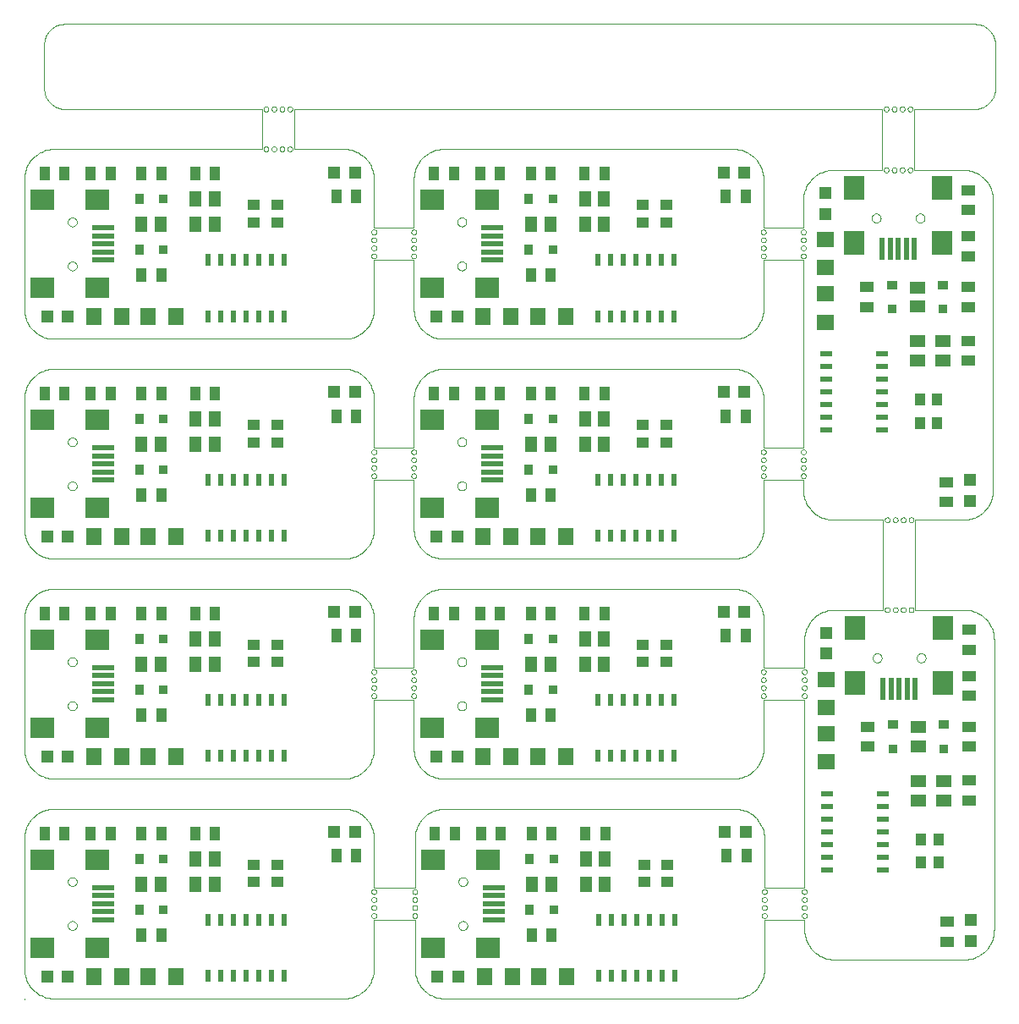
<source format=gtp>
G75*
G70*
%OFA0B0*%
%FSLAX24Y24*%
%IPPOS*%
%LPD*%
%AMOC8*
5,1,8,0,0,1.08239X$1,22.5*
%
%ADD10C,0.0000*%
%ADD11R,0.0433X0.0551*%
%ADD12R,0.0472X0.0472*%
%ADD13R,0.0945X0.0787*%
%ADD14R,0.0909X0.0197*%
%ADD15R,0.0236X0.0472*%
%ADD16R,0.0354X0.0433*%
%ADD17R,0.0354X0.0354*%
%ADD18R,0.0630X0.0709*%
%ADD19R,0.0512X0.0591*%
%ADD20R,0.0472X0.0433*%
%ADD21R,0.0551X0.0433*%
%ADD22R,0.0787X0.0945*%
%ADD23R,0.0197X0.0909*%
%ADD24R,0.0472X0.0236*%
%ADD25R,0.0433X0.0354*%
%ADD26R,0.0709X0.0630*%
%ADD27R,0.0591X0.0512*%
%ADD28R,0.0433X0.0472*%
D10*
X000436Y000386D02*
X000436Y000425D01*
X001617Y000425D02*
X013034Y000425D01*
X013100Y000427D01*
X013166Y000432D01*
X013232Y000442D01*
X013297Y000455D01*
X013361Y000471D01*
X013424Y000491D01*
X013486Y000515D01*
X013546Y000542D01*
X013605Y000572D01*
X013662Y000606D01*
X013717Y000643D01*
X013770Y000683D01*
X013821Y000725D01*
X013869Y000771D01*
X013915Y000819D01*
X013957Y000870D01*
X013997Y000923D01*
X014034Y000978D01*
X014068Y001035D01*
X014098Y001094D01*
X014125Y001154D01*
X014149Y001216D01*
X014169Y001279D01*
X014185Y001343D01*
X014198Y001408D01*
X014208Y001474D01*
X014213Y001540D01*
X014215Y001606D01*
X014216Y001606D02*
X014216Y003535D01*
X015830Y003535D01*
X015830Y001606D01*
X015832Y001540D01*
X015837Y001474D01*
X015847Y001408D01*
X015860Y001343D01*
X015876Y001279D01*
X015896Y001216D01*
X015920Y001154D01*
X015947Y001094D01*
X015977Y001035D01*
X016011Y000978D01*
X016048Y000923D01*
X016088Y000870D01*
X016130Y000819D01*
X016176Y000771D01*
X016224Y000725D01*
X016275Y000683D01*
X016328Y000643D01*
X016383Y000606D01*
X016440Y000572D01*
X016499Y000542D01*
X016559Y000515D01*
X016621Y000491D01*
X016684Y000471D01*
X016748Y000455D01*
X016813Y000442D01*
X016879Y000432D01*
X016945Y000427D01*
X017011Y000425D01*
X028428Y000425D01*
X028494Y000427D01*
X028560Y000432D01*
X028626Y000442D01*
X028691Y000455D01*
X028755Y000471D01*
X028818Y000491D01*
X028880Y000515D01*
X028940Y000542D01*
X028999Y000572D01*
X029056Y000606D01*
X029111Y000643D01*
X029164Y000683D01*
X029215Y000725D01*
X029263Y000771D01*
X029309Y000819D01*
X029351Y000870D01*
X029391Y000923D01*
X029428Y000978D01*
X029462Y001035D01*
X029492Y001094D01*
X029519Y001154D01*
X029543Y001216D01*
X029563Y001279D01*
X029579Y001343D01*
X029592Y001408D01*
X029602Y001474D01*
X029607Y001540D01*
X029609Y001606D01*
X029609Y003535D01*
X031184Y003535D01*
X031184Y003142D01*
X031086Y003693D02*
X031088Y003712D01*
X031093Y003731D01*
X031103Y003747D01*
X031115Y003762D01*
X031130Y003774D01*
X031146Y003784D01*
X031165Y003789D01*
X031184Y003791D01*
X031203Y003789D01*
X031222Y003784D01*
X031238Y003774D01*
X031253Y003762D01*
X031265Y003747D01*
X031275Y003731D01*
X031280Y003712D01*
X031282Y003693D01*
X031280Y003674D01*
X031275Y003655D01*
X031265Y003639D01*
X031253Y003624D01*
X031238Y003612D01*
X031222Y003602D01*
X031203Y003597D01*
X031184Y003595D01*
X031165Y003597D01*
X031146Y003602D01*
X031130Y003612D01*
X031115Y003624D01*
X031103Y003639D01*
X031093Y003655D01*
X031088Y003674D01*
X031086Y003693D01*
X031086Y004008D02*
X031088Y004027D01*
X031093Y004046D01*
X031103Y004062D01*
X031115Y004077D01*
X031130Y004089D01*
X031146Y004099D01*
X031165Y004104D01*
X031184Y004106D01*
X031203Y004104D01*
X031222Y004099D01*
X031238Y004089D01*
X031253Y004077D01*
X031265Y004062D01*
X031275Y004046D01*
X031280Y004027D01*
X031282Y004008D01*
X031280Y003989D01*
X031275Y003970D01*
X031265Y003954D01*
X031253Y003939D01*
X031238Y003927D01*
X031222Y003917D01*
X031203Y003912D01*
X031184Y003910D01*
X031165Y003912D01*
X031146Y003917D01*
X031130Y003927D01*
X031115Y003939D01*
X031103Y003954D01*
X031093Y003970D01*
X031088Y003989D01*
X031086Y004008D01*
X031086Y004323D02*
X031088Y004342D01*
X031093Y004361D01*
X031103Y004377D01*
X031115Y004392D01*
X031130Y004404D01*
X031146Y004414D01*
X031165Y004419D01*
X031184Y004421D01*
X031203Y004419D01*
X031222Y004414D01*
X031238Y004404D01*
X031253Y004392D01*
X031265Y004377D01*
X031275Y004361D01*
X031280Y004342D01*
X031282Y004323D01*
X031280Y004304D01*
X031275Y004285D01*
X031265Y004269D01*
X031253Y004254D01*
X031238Y004242D01*
X031222Y004232D01*
X031203Y004227D01*
X031184Y004225D01*
X031165Y004227D01*
X031146Y004232D01*
X031130Y004242D01*
X031115Y004254D01*
X031103Y004269D01*
X031093Y004285D01*
X031088Y004304D01*
X031086Y004323D01*
X031086Y004638D02*
X031088Y004657D01*
X031093Y004676D01*
X031103Y004692D01*
X031115Y004707D01*
X031130Y004719D01*
X031146Y004729D01*
X031165Y004734D01*
X031184Y004736D01*
X031203Y004734D01*
X031222Y004729D01*
X031238Y004719D01*
X031253Y004707D01*
X031265Y004692D01*
X031275Y004676D01*
X031280Y004657D01*
X031282Y004638D01*
X031280Y004619D01*
X031275Y004600D01*
X031265Y004584D01*
X031253Y004569D01*
X031238Y004557D01*
X031222Y004547D01*
X031203Y004542D01*
X031184Y004540D01*
X031165Y004542D01*
X031146Y004547D01*
X031130Y004557D01*
X031115Y004569D01*
X031103Y004584D01*
X031093Y004600D01*
X031088Y004619D01*
X031086Y004638D01*
X031184Y004795D02*
X029609Y004795D01*
X029609Y006724D01*
X029607Y006790D01*
X029602Y006856D01*
X029592Y006922D01*
X029579Y006987D01*
X029563Y007051D01*
X029543Y007114D01*
X029519Y007176D01*
X029492Y007236D01*
X029462Y007295D01*
X029428Y007352D01*
X029391Y007407D01*
X029351Y007460D01*
X029309Y007511D01*
X029263Y007559D01*
X029215Y007605D01*
X029164Y007647D01*
X029111Y007687D01*
X029056Y007724D01*
X028999Y007758D01*
X028940Y007788D01*
X028880Y007815D01*
X028818Y007839D01*
X028755Y007859D01*
X028691Y007875D01*
X028626Y007888D01*
X028560Y007898D01*
X028494Y007903D01*
X028428Y007905D01*
X017011Y007905D01*
X016945Y007903D01*
X016879Y007898D01*
X016813Y007888D01*
X016748Y007875D01*
X016684Y007859D01*
X016621Y007839D01*
X016559Y007815D01*
X016499Y007788D01*
X016440Y007758D01*
X016383Y007724D01*
X016328Y007687D01*
X016275Y007647D01*
X016224Y007605D01*
X016176Y007559D01*
X016130Y007511D01*
X016088Y007460D01*
X016048Y007407D01*
X016011Y007352D01*
X015977Y007295D01*
X015947Y007236D01*
X015920Y007176D01*
X015896Y007114D01*
X015876Y007051D01*
X015860Y006987D01*
X015847Y006922D01*
X015837Y006856D01*
X015832Y006790D01*
X015830Y006724D01*
X015830Y004795D01*
X014216Y004795D01*
X014216Y006724D01*
X014215Y006724D02*
X014213Y006790D01*
X014208Y006856D01*
X014198Y006922D01*
X014185Y006987D01*
X014169Y007051D01*
X014149Y007114D01*
X014125Y007176D01*
X014098Y007236D01*
X014068Y007295D01*
X014034Y007352D01*
X013997Y007407D01*
X013957Y007460D01*
X013915Y007511D01*
X013869Y007559D01*
X013821Y007605D01*
X013770Y007647D01*
X013717Y007687D01*
X013662Y007724D01*
X013605Y007758D01*
X013546Y007788D01*
X013486Y007815D01*
X013424Y007839D01*
X013361Y007859D01*
X013297Y007875D01*
X013232Y007888D01*
X013166Y007898D01*
X013100Y007903D01*
X013034Y007905D01*
X001617Y007905D01*
X001551Y007903D01*
X001485Y007898D01*
X001419Y007888D01*
X001354Y007875D01*
X001290Y007859D01*
X001227Y007839D01*
X001165Y007815D01*
X001105Y007788D01*
X001046Y007758D01*
X000989Y007724D01*
X000934Y007687D01*
X000881Y007647D01*
X000830Y007605D01*
X000782Y007559D01*
X000736Y007511D01*
X000694Y007460D01*
X000654Y007407D01*
X000617Y007352D01*
X000583Y007295D01*
X000553Y007236D01*
X000526Y007176D01*
X000502Y007114D01*
X000482Y007051D01*
X000466Y006987D01*
X000453Y006922D01*
X000443Y006856D01*
X000438Y006790D01*
X000436Y006724D01*
X000436Y001606D01*
X000438Y001540D01*
X000443Y001474D01*
X000453Y001408D01*
X000466Y001343D01*
X000482Y001279D01*
X000502Y001216D01*
X000526Y001154D01*
X000553Y001094D01*
X000583Y001035D01*
X000617Y000978D01*
X000654Y000923D01*
X000694Y000870D01*
X000736Y000819D01*
X000782Y000771D01*
X000830Y000725D01*
X000881Y000683D01*
X000934Y000643D01*
X000989Y000606D01*
X001046Y000572D01*
X001105Y000542D01*
X001165Y000515D01*
X001227Y000491D01*
X001290Y000471D01*
X001354Y000455D01*
X001419Y000442D01*
X001485Y000432D01*
X001551Y000427D01*
X001617Y000425D01*
X002153Y003299D02*
X002155Y003325D01*
X002161Y003351D01*
X002171Y003376D01*
X002184Y003399D01*
X002200Y003419D01*
X002220Y003437D01*
X002242Y003452D01*
X002265Y003464D01*
X002291Y003472D01*
X002317Y003476D01*
X002343Y003476D01*
X002369Y003472D01*
X002395Y003464D01*
X002419Y003452D01*
X002440Y003437D01*
X002460Y003419D01*
X002476Y003399D01*
X002489Y003376D01*
X002499Y003351D01*
X002505Y003325D01*
X002507Y003299D01*
X002505Y003273D01*
X002499Y003247D01*
X002489Y003222D01*
X002476Y003199D01*
X002460Y003179D01*
X002440Y003161D01*
X002418Y003146D01*
X002395Y003134D01*
X002369Y003126D01*
X002343Y003122D01*
X002317Y003122D01*
X002291Y003126D01*
X002265Y003134D01*
X002241Y003146D01*
X002220Y003161D01*
X002200Y003179D01*
X002184Y003199D01*
X002171Y003222D01*
X002161Y003247D01*
X002155Y003273D01*
X002153Y003299D01*
X002153Y005031D02*
X002155Y005057D01*
X002161Y005083D01*
X002171Y005108D01*
X002184Y005131D01*
X002200Y005151D01*
X002220Y005169D01*
X002242Y005184D01*
X002265Y005196D01*
X002291Y005204D01*
X002317Y005208D01*
X002343Y005208D01*
X002369Y005204D01*
X002395Y005196D01*
X002419Y005184D01*
X002440Y005169D01*
X002460Y005151D01*
X002476Y005131D01*
X002489Y005108D01*
X002499Y005083D01*
X002505Y005057D01*
X002507Y005031D01*
X002505Y005005D01*
X002499Y004979D01*
X002489Y004954D01*
X002476Y004931D01*
X002460Y004911D01*
X002440Y004893D01*
X002418Y004878D01*
X002395Y004866D01*
X002369Y004858D01*
X002343Y004854D01*
X002317Y004854D01*
X002291Y004858D01*
X002265Y004866D01*
X002241Y004878D01*
X002220Y004893D01*
X002200Y004911D01*
X002184Y004931D01*
X002171Y004954D01*
X002161Y004979D01*
X002155Y005005D01*
X002153Y005031D01*
X001617Y009086D02*
X013034Y009086D01*
X013034Y009087D02*
X013100Y009089D01*
X013166Y009094D01*
X013232Y009104D01*
X013297Y009117D01*
X013361Y009133D01*
X013424Y009153D01*
X013486Y009177D01*
X013546Y009204D01*
X013605Y009234D01*
X013662Y009268D01*
X013717Y009305D01*
X013770Y009345D01*
X013821Y009387D01*
X013869Y009433D01*
X013915Y009481D01*
X013957Y009532D01*
X013997Y009585D01*
X014034Y009640D01*
X014068Y009697D01*
X014098Y009756D01*
X014125Y009816D01*
X014149Y009878D01*
X014169Y009941D01*
X014185Y010005D01*
X014198Y010070D01*
X014208Y010136D01*
X014213Y010202D01*
X014215Y010268D01*
X014216Y010268D02*
X014216Y012197D01*
X015790Y012197D01*
X015790Y010268D01*
X015792Y010202D01*
X015797Y010136D01*
X015807Y010070D01*
X015820Y010005D01*
X015836Y009941D01*
X015856Y009878D01*
X015880Y009816D01*
X015907Y009756D01*
X015937Y009697D01*
X015971Y009640D01*
X016008Y009585D01*
X016048Y009532D01*
X016090Y009481D01*
X016136Y009433D01*
X016184Y009387D01*
X016235Y009345D01*
X016288Y009305D01*
X016343Y009268D01*
X016400Y009234D01*
X016459Y009204D01*
X016519Y009177D01*
X016581Y009153D01*
X016644Y009133D01*
X016708Y009117D01*
X016773Y009104D01*
X016839Y009094D01*
X016905Y009089D01*
X016971Y009087D01*
X016971Y009086D02*
X028389Y009086D01*
X028389Y009087D02*
X028455Y009089D01*
X028521Y009094D01*
X028587Y009104D01*
X028652Y009117D01*
X028716Y009133D01*
X028779Y009153D01*
X028841Y009177D01*
X028901Y009204D01*
X028960Y009234D01*
X029017Y009268D01*
X029072Y009305D01*
X029125Y009345D01*
X029176Y009387D01*
X029224Y009433D01*
X029270Y009481D01*
X029312Y009532D01*
X029352Y009585D01*
X029389Y009640D01*
X029423Y009697D01*
X029453Y009756D01*
X029480Y009816D01*
X029504Y009878D01*
X029524Y009941D01*
X029540Y010005D01*
X029553Y010070D01*
X029563Y010136D01*
X029568Y010202D01*
X029570Y010268D01*
X029570Y012197D01*
X031184Y012197D01*
X031184Y004795D01*
X029511Y004638D02*
X029513Y004657D01*
X029518Y004676D01*
X029528Y004692D01*
X029540Y004707D01*
X029555Y004719D01*
X029571Y004729D01*
X029590Y004734D01*
X029609Y004736D01*
X029628Y004734D01*
X029647Y004729D01*
X029663Y004719D01*
X029678Y004707D01*
X029690Y004692D01*
X029700Y004676D01*
X029705Y004657D01*
X029707Y004638D01*
X029705Y004619D01*
X029700Y004600D01*
X029690Y004584D01*
X029678Y004569D01*
X029663Y004557D01*
X029647Y004547D01*
X029628Y004542D01*
X029609Y004540D01*
X029590Y004542D01*
X029571Y004547D01*
X029555Y004557D01*
X029540Y004569D01*
X029528Y004584D01*
X029518Y004600D01*
X029513Y004619D01*
X029511Y004638D01*
X029511Y004323D02*
X029513Y004342D01*
X029518Y004361D01*
X029528Y004377D01*
X029540Y004392D01*
X029555Y004404D01*
X029571Y004414D01*
X029590Y004419D01*
X029609Y004421D01*
X029628Y004419D01*
X029647Y004414D01*
X029663Y004404D01*
X029678Y004392D01*
X029690Y004377D01*
X029700Y004361D01*
X029705Y004342D01*
X029707Y004323D01*
X029705Y004304D01*
X029700Y004285D01*
X029690Y004269D01*
X029678Y004254D01*
X029663Y004242D01*
X029647Y004232D01*
X029628Y004227D01*
X029609Y004225D01*
X029590Y004227D01*
X029571Y004232D01*
X029555Y004242D01*
X029540Y004254D01*
X029528Y004269D01*
X029518Y004285D01*
X029513Y004304D01*
X029511Y004323D01*
X029511Y004008D02*
X029513Y004027D01*
X029518Y004046D01*
X029528Y004062D01*
X029540Y004077D01*
X029555Y004089D01*
X029571Y004099D01*
X029590Y004104D01*
X029609Y004106D01*
X029628Y004104D01*
X029647Y004099D01*
X029663Y004089D01*
X029678Y004077D01*
X029690Y004062D01*
X029700Y004046D01*
X029705Y004027D01*
X029707Y004008D01*
X029705Y003989D01*
X029700Y003970D01*
X029690Y003954D01*
X029678Y003939D01*
X029663Y003927D01*
X029647Y003917D01*
X029628Y003912D01*
X029609Y003910D01*
X029590Y003912D01*
X029571Y003917D01*
X029555Y003927D01*
X029540Y003939D01*
X029528Y003954D01*
X029518Y003970D01*
X029513Y003989D01*
X029511Y004008D01*
X029511Y003693D02*
X029513Y003712D01*
X029518Y003731D01*
X029528Y003747D01*
X029540Y003762D01*
X029555Y003774D01*
X029571Y003784D01*
X029590Y003789D01*
X029609Y003791D01*
X029628Y003789D01*
X029647Y003784D01*
X029663Y003774D01*
X029678Y003762D01*
X029690Y003747D01*
X029700Y003731D01*
X029705Y003712D01*
X029707Y003693D01*
X029705Y003674D01*
X029700Y003655D01*
X029690Y003639D01*
X029678Y003624D01*
X029663Y003612D01*
X029647Y003602D01*
X029628Y003597D01*
X029609Y003595D01*
X029590Y003597D01*
X029571Y003602D01*
X029555Y003612D01*
X029540Y003624D01*
X029528Y003639D01*
X029518Y003655D01*
X029513Y003674D01*
X029511Y003693D01*
X031184Y003142D02*
X031186Y003076D01*
X031191Y003010D01*
X031201Y002944D01*
X031214Y002879D01*
X031230Y002815D01*
X031250Y002752D01*
X031274Y002690D01*
X031301Y002630D01*
X031331Y002571D01*
X031365Y002514D01*
X031402Y002459D01*
X031442Y002406D01*
X031484Y002355D01*
X031530Y002307D01*
X031578Y002261D01*
X031629Y002219D01*
X031682Y002179D01*
X031737Y002142D01*
X031794Y002108D01*
X031853Y002078D01*
X031913Y002051D01*
X031975Y002027D01*
X032038Y002007D01*
X032102Y001991D01*
X032167Y001978D01*
X032233Y001968D01*
X032299Y001963D01*
X032365Y001961D01*
X032365Y001960D02*
X037483Y001960D01*
X037483Y001961D02*
X037549Y001963D01*
X037615Y001968D01*
X037681Y001978D01*
X037746Y001991D01*
X037810Y002007D01*
X037873Y002027D01*
X037935Y002051D01*
X037995Y002078D01*
X038054Y002108D01*
X038111Y002142D01*
X038166Y002179D01*
X038219Y002219D01*
X038270Y002261D01*
X038318Y002307D01*
X038364Y002355D01*
X038406Y002406D01*
X038446Y002459D01*
X038483Y002514D01*
X038517Y002571D01*
X038547Y002630D01*
X038574Y002690D01*
X038598Y002752D01*
X038618Y002815D01*
X038634Y002879D01*
X038647Y002944D01*
X038657Y003010D01*
X038662Y003076D01*
X038664Y003142D01*
X038664Y014559D01*
X038662Y014625D01*
X038657Y014691D01*
X038647Y014757D01*
X038634Y014822D01*
X038618Y014886D01*
X038598Y014949D01*
X038574Y015011D01*
X038547Y015071D01*
X038517Y015130D01*
X038483Y015187D01*
X038446Y015242D01*
X038406Y015295D01*
X038364Y015346D01*
X038318Y015394D01*
X038270Y015440D01*
X038219Y015482D01*
X038166Y015522D01*
X038111Y015559D01*
X038054Y015593D01*
X037995Y015623D01*
X037935Y015650D01*
X037873Y015674D01*
X037810Y015694D01*
X037746Y015710D01*
X037681Y015723D01*
X037615Y015733D01*
X037549Y015738D01*
X037483Y015740D01*
X035554Y015740D01*
X035554Y019283D01*
X037444Y019283D01*
X037510Y019285D01*
X037576Y019290D01*
X037642Y019300D01*
X037707Y019313D01*
X037771Y019329D01*
X037834Y019349D01*
X037896Y019373D01*
X037956Y019400D01*
X038015Y019430D01*
X038072Y019464D01*
X038127Y019501D01*
X038180Y019541D01*
X038231Y019583D01*
X038279Y019629D01*
X038325Y019677D01*
X038367Y019728D01*
X038407Y019781D01*
X038444Y019836D01*
X038478Y019893D01*
X038508Y019952D01*
X038535Y020012D01*
X038559Y020074D01*
X038579Y020137D01*
X038595Y020201D01*
X038608Y020266D01*
X038618Y020332D01*
X038623Y020398D01*
X038625Y020464D01*
X038625Y031882D01*
X038623Y031948D01*
X038618Y032014D01*
X038608Y032080D01*
X038595Y032145D01*
X038579Y032209D01*
X038559Y032272D01*
X038535Y032334D01*
X038508Y032394D01*
X038478Y032453D01*
X038444Y032510D01*
X038407Y032565D01*
X038367Y032618D01*
X038325Y032669D01*
X038279Y032717D01*
X038231Y032763D01*
X038180Y032805D01*
X038127Y032845D01*
X038072Y032882D01*
X038015Y032916D01*
X037956Y032946D01*
X037896Y032973D01*
X037834Y032997D01*
X037771Y033017D01*
X037707Y033033D01*
X037642Y033046D01*
X037576Y033056D01*
X037510Y033061D01*
X037444Y033063D01*
X035515Y033063D01*
X035515Y035464D01*
X037916Y035464D01*
X037916Y035465D02*
X037970Y035467D01*
X038023Y035472D01*
X038076Y035481D01*
X038128Y035494D01*
X038180Y035510D01*
X038230Y035530D01*
X038278Y035553D01*
X038325Y035580D01*
X038370Y035609D01*
X038413Y035642D01*
X038453Y035677D01*
X038491Y035715D01*
X038526Y035755D01*
X038559Y035798D01*
X038588Y035843D01*
X038615Y035890D01*
X038638Y035938D01*
X038658Y035988D01*
X038674Y036040D01*
X038687Y036092D01*
X038696Y036145D01*
X038701Y036198D01*
X038703Y036252D01*
X038704Y036252D02*
X038704Y038023D01*
X038703Y038023D02*
X038701Y038077D01*
X038696Y038130D01*
X038687Y038183D01*
X038674Y038235D01*
X038658Y038287D01*
X038638Y038337D01*
X038615Y038385D01*
X038588Y038432D01*
X038559Y038477D01*
X038526Y038520D01*
X038491Y038560D01*
X038453Y038598D01*
X038413Y038633D01*
X038370Y038666D01*
X038325Y038695D01*
X038278Y038722D01*
X038230Y038745D01*
X038180Y038765D01*
X038128Y038781D01*
X038076Y038794D01*
X038023Y038803D01*
X037970Y038808D01*
X037916Y038810D01*
X037916Y038811D02*
X002011Y038811D01*
X002011Y038810D02*
X001957Y038808D01*
X001904Y038803D01*
X001851Y038794D01*
X001799Y038781D01*
X001747Y038765D01*
X001697Y038745D01*
X001649Y038722D01*
X001602Y038695D01*
X001557Y038666D01*
X001514Y038633D01*
X001474Y038598D01*
X001436Y038560D01*
X001401Y038520D01*
X001368Y038477D01*
X001339Y038432D01*
X001312Y038385D01*
X001289Y038337D01*
X001269Y038287D01*
X001253Y038235D01*
X001240Y038183D01*
X001231Y038130D01*
X001226Y038077D01*
X001224Y038023D01*
X001223Y038023D02*
X001223Y036252D01*
X001224Y036252D02*
X001226Y036198D01*
X001231Y036145D01*
X001240Y036092D01*
X001253Y036040D01*
X001269Y035988D01*
X001289Y035938D01*
X001312Y035890D01*
X001339Y035843D01*
X001368Y035798D01*
X001401Y035755D01*
X001436Y035715D01*
X001474Y035677D01*
X001514Y035642D01*
X001557Y035609D01*
X001602Y035580D01*
X001649Y035553D01*
X001697Y035530D01*
X001747Y035510D01*
X001799Y035494D01*
X001851Y035481D01*
X001904Y035472D01*
X001957Y035467D01*
X002011Y035465D01*
X002011Y035464D02*
X009806Y035464D01*
X009806Y033890D01*
X001617Y033890D01*
X001617Y033889D02*
X001551Y033887D01*
X001485Y033882D01*
X001419Y033872D01*
X001354Y033859D01*
X001290Y033843D01*
X001227Y033823D01*
X001165Y033799D01*
X001105Y033772D01*
X001046Y033742D01*
X000989Y033708D01*
X000934Y033671D01*
X000881Y033631D01*
X000830Y033589D01*
X000782Y033543D01*
X000736Y033495D01*
X000694Y033444D01*
X000654Y033391D01*
X000617Y033336D01*
X000583Y033279D01*
X000553Y033220D01*
X000526Y033160D01*
X000502Y033098D01*
X000482Y033035D01*
X000466Y032971D01*
X000453Y032906D01*
X000443Y032840D01*
X000438Y032774D01*
X000436Y032708D01*
X000436Y027590D01*
X000438Y027524D01*
X000443Y027458D01*
X000453Y027392D01*
X000466Y027327D01*
X000482Y027263D01*
X000502Y027200D01*
X000526Y027138D01*
X000553Y027078D01*
X000583Y027019D01*
X000617Y026962D01*
X000654Y026907D01*
X000694Y026854D01*
X000736Y026803D01*
X000782Y026755D01*
X000830Y026709D01*
X000881Y026667D01*
X000934Y026627D01*
X000989Y026590D01*
X001046Y026556D01*
X001105Y026526D01*
X001165Y026499D01*
X001227Y026475D01*
X001290Y026455D01*
X001354Y026439D01*
X001419Y026426D01*
X001485Y026416D01*
X001551Y026411D01*
X001617Y026409D01*
X013034Y026409D01*
X013034Y025228D02*
X001617Y025228D01*
X001551Y025226D01*
X001485Y025221D01*
X001419Y025211D01*
X001354Y025198D01*
X001290Y025182D01*
X001227Y025162D01*
X001165Y025138D01*
X001105Y025111D01*
X001046Y025081D01*
X000989Y025047D01*
X000934Y025010D01*
X000881Y024970D01*
X000830Y024928D01*
X000782Y024882D01*
X000736Y024834D01*
X000694Y024783D01*
X000654Y024730D01*
X000617Y024675D01*
X000583Y024618D01*
X000553Y024559D01*
X000526Y024499D01*
X000502Y024437D01*
X000482Y024374D01*
X000466Y024310D01*
X000453Y024245D01*
X000443Y024179D01*
X000438Y024113D01*
X000436Y024047D01*
X000436Y018929D01*
X000438Y018863D01*
X000443Y018797D01*
X000453Y018731D01*
X000466Y018666D01*
X000482Y018602D01*
X000502Y018539D01*
X000526Y018477D01*
X000553Y018417D01*
X000583Y018358D01*
X000617Y018301D01*
X000654Y018246D01*
X000694Y018193D01*
X000736Y018142D01*
X000782Y018094D01*
X000830Y018048D01*
X000881Y018006D01*
X000934Y017966D01*
X000989Y017929D01*
X001046Y017895D01*
X001105Y017865D01*
X001165Y017838D01*
X001227Y017814D01*
X001290Y017794D01*
X001354Y017778D01*
X001419Y017765D01*
X001485Y017755D01*
X001551Y017750D01*
X001617Y017748D01*
X013034Y017748D01*
X013100Y017750D01*
X013166Y017755D01*
X013232Y017765D01*
X013297Y017778D01*
X013361Y017794D01*
X013424Y017814D01*
X013486Y017838D01*
X013546Y017865D01*
X013605Y017895D01*
X013662Y017929D01*
X013717Y017966D01*
X013770Y018006D01*
X013821Y018048D01*
X013869Y018094D01*
X013915Y018142D01*
X013957Y018193D01*
X013997Y018246D01*
X014034Y018301D01*
X014068Y018358D01*
X014098Y018417D01*
X014125Y018477D01*
X014149Y018539D01*
X014169Y018602D01*
X014185Y018666D01*
X014198Y018731D01*
X014208Y018797D01*
X014213Y018863D01*
X014215Y018929D01*
X014216Y018929D02*
X014216Y020858D01*
X015790Y020858D01*
X015790Y018929D01*
X015792Y018863D01*
X015797Y018797D01*
X015807Y018731D01*
X015820Y018666D01*
X015836Y018602D01*
X015856Y018539D01*
X015880Y018477D01*
X015907Y018417D01*
X015937Y018358D01*
X015971Y018301D01*
X016008Y018246D01*
X016048Y018193D01*
X016090Y018142D01*
X016136Y018094D01*
X016184Y018048D01*
X016235Y018006D01*
X016288Y017966D01*
X016343Y017929D01*
X016400Y017895D01*
X016459Y017865D01*
X016519Y017838D01*
X016581Y017814D01*
X016644Y017794D01*
X016708Y017778D01*
X016773Y017765D01*
X016839Y017755D01*
X016905Y017750D01*
X016971Y017748D01*
X028389Y017748D01*
X028455Y017750D01*
X028521Y017755D01*
X028587Y017765D01*
X028652Y017778D01*
X028716Y017794D01*
X028779Y017814D01*
X028841Y017838D01*
X028901Y017865D01*
X028960Y017895D01*
X029017Y017929D01*
X029072Y017966D01*
X029125Y018006D01*
X029176Y018048D01*
X029224Y018094D01*
X029270Y018142D01*
X029312Y018193D01*
X029352Y018246D01*
X029389Y018301D01*
X029423Y018358D01*
X029453Y018417D01*
X029480Y018477D01*
X029504Y018539D01*
X029524Y018602D01*
X029540Y018666D01*
X029553Y018731D01*
X029563Y018797D01*
X029568Y018863D01*
X029570Y018929D01*
X029570Y020858D01*
X031145Y020858D01*
X031145Y020464D01*
X031047Y021016D02*
X031049Y021035D01*
X031054Y021054D01*
X031064Y021070D01*
X031076Y021085D01*
X031091Y021097D01*
X031107Y021107D01*
X031126Y021112D01*
X031145Y021114D01*
X031164Y021112D01*
X031183Y021107D01*
X031199Y021097D01*
X031214Y021085D01*
X031226Y021070D01*
X031236Y021054D01*
X031241Y021035D01*
X031243Y021016D01*
X031241Y020997D01*
X031236Y020978D01*
X031226Y020962D01*
X031214Y020947D01*
X031199Y020935D01*
X031183Y020925D01*
X031164Y020920D01*
X031145Y020918D01*
X031126Y020920D01*
X031107Y020925D01*
X031091Y020935D01*
X031076Y020947D01*
X031064Y020962D01*
X031054Y020978D01*
X031049Y020997D01*
X031047Y021016D01*
X031047Y021331D02*
X031049Y021350D01*
X031054Y021369D01*
X031064Y021385D01*
X031076Y021400D01*
X031091Y021412D01*
X031107Y021422D01*
X031126Y021427D01*
X031145Y021429D01*
X031164Y021427D01*
X031183Y021422D01*
X031199Y021412D01*
X031214Y021400D01*
X031226Y021385D01*
X031236Y021369D01*
X031241Y021350D01*
X031243Y021331D01*
X031241Y021312D01*
X031236Y021293D01*
X031226Y021277D01*
X031214Y021262D01*
X031199Y021250D01*
X031183Y021240D01*
X031164Y021235D01*
X031145Y021233D01*
X031126Y021235D01*
X031107Y021240D01*
X031091Y021250D01*
X031076Y021262D01*
X031064Y021277D01*
X031054Y021293D01*
X031049Y021312D01*
X031047Y021331D01*
X031047Y021645D02*
X031049Y021664D01*
X031054Y021683D01*
X031064Y021699D01*
X031076Y021714D01*
X031091Y021726D01*
X031107Y021736D01*
X031126Y021741D01*
X031145Y021743D01*
X031164Y021741D01*
X031183Y021736D01*
X031199Y021726D01*
X031214Y021714D01*
X031226Y021699D01*
X031236Y021683D01*
X031241Y021664D01*
X031243Y021645D01*
X031241Y021626D01*
X031236Y021607D01*
X031226Y021591D01*
X031214Y021576D01*
X031199Y021564D01*
X031183Y021554D01*
X031164Y021549D01*
X031145Y021547D01*
X031126Y021549D01*
X031107Y021554D01*
X031091Y021564D01*
X031076Y021576D01*
X031064Y021591D01*
X031054Y021607D01*
X031049Y021626D01*
X031047Y021645D01*
X031047Y021960D02*
X031049Y021979D01*
X031054Y021998D01*
X031064Y022014D01*
X031076Y022029D01*
X031091Y022041D01*
X031107Y022051D01*
X031126Y022056D01*
X031145Y022058D01*
X031164Y022056D01*
X031183Y022051D01*
X031199Y022041D01*
X031214Y022029D01*
X031226Y022014D01*
X031236Y021998D01*
X031241Y021979D01*
X031243Y021960D01*
X031241Y021941D01*
X031236Y021922D01*
X031226Y021906D01*
X031214Y021891D01*
X031199Y021879D01*
X031183Y021869D01*
X031164Y021864D01*
X031145Y021862D01*
X031126Y021864D01*
X031107Y021869D01*
X031091Y021879D01*
X031076Y021891D01*
X031064Y021906D01*
X031054Y021922D01*
X031049Y021941D01*
X031047Y021960D01*
X031145Y022118D02*
X029570Y022118D01*
X029570Y024047D01*
X029568Y024113D01*
X029563Y024179D01*
X029553Y024245D01*
X029540Y024310D01*
X029524Y024374D01*
X029504Y024437D01*
X029480Y024499D01*
X029453Y024559D01*
X029423Y024618D01*
X029389Y024675D01*
X029352Y024730D01*
X029312Y024783D01*
X029270Y024834D01*
X029224Y024882D01*
X029176Y024928D01*
X029125Y024970D01*
X029072Y025010D01*
X029017Y025047D01*
X028960Y025081D01*
X028901Y025111D01*
X028841Y025138D01*
X028779Y025162D01*
X028716Y025182D01*
X028652Y025198D01*
X028587Y025211D01*
X028521Y025221D01*
X028455Y025226D01*
X028389Y025228D01*
X016971Y025228D01*
X016905Y025226D01*
X016839Y025221D01*
X016773Y025211D01*
X016708Y025198D01*
X016644Y025182D01*
X016581Y025162D01*
X016519Y025138D01*
X016459Y025111D01*
X016400Y025081D01*
X016343Y025047D01*
X016288Y025010D01*
X016235Y024970D01*
X016184Y024928D01*
X016136Y024882D01*
X016090Y024834D01*
X016048Y024783D01*
X016008Y024730D01*
X015971Y024675D01*
X015937Y024618D01*
X015907Y024559D01*
X015880Y024499D01*
X015856Y024437D01*
X015836Y024374D01*
X015820Y024310D01*
X015807Y024245D01*
X015797Y024179D01*
X015792Y024113D01*
X015790Y024047D01*
X015790Y022118D01*
X014216Y022118D01*
X014216Y024047D01*
X014215Y024047D02*
X014213Y024113D01*
X014208Y024179D01*
X014198Y024245D01*
X014185Y024310D01*
X014169Y024374D01*
X014149Y024437D01*
X014125Y024499D01*
X014098Y024559D01*
X014068Y024618D01*
X014034Y024675D01*
X013997Y024730D01*
X013957Y024783D01*
X013915Y024834D01*
X013869Y024882D01*
X013821Y024928D01*
X013770Y024970D01*
X013717Y025010D01*
X013662Y025047D01*
X013605Y025081D01*
X013546Y025111D01*
X013486Y025138D01*
X013424Y025162D01*
X013361Y025182D01*
X013297Y025198D01*
X013232Y025211D01*
X013166Y025221D01*
X013100Y025226D01*
X013034Y025228D01*
X013034Y026409D02*
X013100Y026411D01*
X013166Y026416D01*
X013232Y026426D01*
X013297Y026439D01*
X013361Y026455D01*
X013424Y026475D01*
X013486Y026499D01*
X013546Y026526D01*
X013605Y026556D01*
X013662Y026590D01*
X013717Y026627D01*
X013770Y026667D01*
X013821Y026709D01*
X013869Y026755D01*
X013915Y026803D01*
X013957Y026854D01*
X013997Y026907D01*
X014034Y026962D01*
X014068Y027019D01*
X014098Y027078D01*
X014125Y027138D01*
X014149Y027200D01*
X014169Y027263D01*
X014185Y027327D01*
X014198Y027392D01*
X014208Y027458D01*
X014213Y027524D01*
X014215Y027590D01*
X014216Y027590D02*
X014216Y029519D01*
X015790Y029519D01*
X015790Y027590D01*
X015792Y027524D01*
X015797Y027458D01*
X015807Y027392D01*
X015820Y027327D01*
X015836Y027263D01*
X015856Y027200D01*
X015880Y027138D01*
X015907Y027078D01*
X015937Y027019D01*
X015971Y026962D01*
X016008Y026907D01*
X016048Y026854D01*
X016090Y026803D01*
X016136Y026755D01*
X016184Y026709D01*
X016235Y026667D01*
X016288Y026627D01*
X016343Y026590D01*
X016400Y026556D01*
X016459Y026526D01*
X016519Y026499D01*
X016581Y026475D01*
X016644Y026455D01*
X016708Y026439D01*
X016773Y026426D01*
X016839Y026416D01*
X016905Y026411D01*
X016971Y026409D01*
X028389Y026409D01*
X028455Y026411D01*
X028521Y026416D01*
X028587Y026426D01*
X028652Y026439D01*
X028716Y026455D01*
X028779Y026475D01*
X028841Y026499D01*
X028901Y026526D01*
X028960Y026556D01*
X029017Y026590D01*
X029072Y026627D01*
X029125Y026667D01*
X029176Y026709D01*
X029224Y026755D01*
X029270Y026803D01*
X029312Y026854D01*
X029352Y026907D01*
X029389Y026962D01*
X029423Y027019D01*
X029453Y027078D01*
X029480Y027138D01*
X029504Y027200D01*
X029524Y027263D01*
X029540Y027327D01*
X029553Y027392D01*
X029563Y027458D01*
X029568Y027524D01*
X029570Y027590D01*
X029570Y029519D01*
X031145Y029519D01*
X031145Y022118D01*
X029472Y021960D02*
X029474Y021979D01*
X029479Y021998D01*
X029489Y022014D01*
X029501Y022029D01*
X029516Y022041D01*
X029532Y022051D01*
X029551Y022056D01*
X029570Y022058D01*
X029589Y022056D01*
X029608Y022051D01*
X029624Y022041D01*
X029639Y022029D01*
X029651Y022014D01*
X029661Y021998D01*
X029666Y021979D01*
X029668Y021960D01*
X029666Y021941D01*
X029661Y021922D01*
X029651Y021906D01*
X029639Y021891D01*
X029624Y021879D01*
X029608Y021869D01*
X029589Y021864D01*
X029570Y021862D01*
X029551Y021864D01*
X029532Y021869D01*
X029516Y021879D01*
X029501Y021891D01*
X029489Y021906D01*
X029479Y021922D01*
X029474Y021941D01*
X029472Y021960D01*
X029472Y021645D02*
X029474Y021664D01*
X029479Y021683D01*
X029489Y021699D01*
X029501Y021714D01*
X029516Y021726D01*
X029532Y021736D01*
X029551Y021741D01*
X029570Y021743D01*
X029589Y021741D01*
X029608Y021736D01*
X029624Y021726D01*
X029639Y021714D01*
X029651Y021699D01*
X029661Y021683D01*
X029666Y021664D01*
X029668Y021645D01*
X029666Y021626D01*
X029661Y021607D01*
X029651Y021591D01*
X029639Y021576D01*
X029624Y021564D01*
X029608Y021554D01*
X029589Y021549D01*
X029570Y021547D01*
X029551Y021549D01*
X029532Y021554D01*
X029516Y021564D01*
X029501Y021576D01*
X029489Y021591D01*
X029479Y021607D01*
X029474Y021626D01*
X029472Y021645D01*
X029472Y021331D02*
X029474Y021350D01*
X029479Y021369D01*
X029489Y021385D01*
X029501Y021400D01*
X029516Y021412D01*
X029532Y021422D01*
X029551Y021427D01*
X029570Y021429D01*
X029589Y021427D01*
X029608Y021422D01*
X029624Y021412D01*
X029639Y021400D01*
X029651Y021385D01*
X029661Y021369D01*
X029666Y021350D01*
X029668Y021331D01*
X029666Y021312D01*
X029661Y021293D01*
X029651Y021277D01*
X029639Y021262D01*
X029624Y021250D01*
X029608Y021240D01*
X029589Y021235D01*
X029570Y021233D01*
X029551Y021235D01*
X029532Y021240D01*
X029516Y021250D01*
X029501Y021262D01*
X029489Y021277D01*
X029479Y021293D01*
X029474Y021312D01*
X029472Y021331D01*
X029472Y021016D02*
X029474Y021035D01*
X029479Y021054D01*
X029489Y021070D01*
X029501Y021085D01*
X029516Y021097D01*
X029532Y021107D01*
X029551Y021112D01*
X029570Y021114D01*
X029589Y021112D01*
X029608Y021107D01*
X029624Y021097D01*
X029639Y021085D01*
X029651Y021070D01*
X029661Y021054D01*
X029666Y021035D01*
X029668Y021016D01*
X029666Y020997D01*
X029661Y020978D01*
X029651Y020962D01*
X029639Y020947D01*
X029624Y020935D01*
X029608Y020925D01*
X029589Y020920D01*
X029570Y020918D01*
X029551Y020920D01*
X029532Y020925D01*
X029516Y020935D01*
X029501Y020947D01*
X029489Y020962D01*
X029479Y020978D01*
X029474Y020997D01*
X029472Y021016D01*
X031145Y020464D02*
X031147Y020398D01*
X031152Y020332D01*
X031162Y020266D01*
X031175Y020201D01*
X031191Y020137D01*
X031211Y020074D01*
X031235Y020012D01*
X031262Y019952D01*
X031292Y019893D01*
X031326Y019836D01*
X031363Y019781D01*
X031403Y019728D01*
X031445Y019677D01*
X031491Y019629D01*
X031539Y019583D01*
X031590Y019541D01*
X031643Y019501D01*
X031698Y019464D01*
X031755Y019430D01*
X031814Y019400D01*
X031874Y019373D01*
X031936Y019349D01*
X031999Y019329D01*
X032063Y019313D01*
X032128Y019300D01*
X032194Y019290D01*
X032260Y019285D01*
X032326Y019283D01*
X034294Y019283D01*
X034294Y015740D01*
X032365Y015740D01*
X032299Y015738D01*
X032233Y015733D01*
X032167Y015723D01*
X032102Y015710D01*
X032038Y015694D01*
X031975Y015674D01*
X031913Y015650D01*
X031853Y015623D01*
X031794Y015593D01*
X031737Y015559D01*
X031682Y015522D01*
X031629Y015482D01*
X031578Y015440D01*
X031530Y015394D01*
X031484Y015346D01*
X031442Y015295D01*
X031402Y015242D01*
X031365Y015187D01*
X031331Y015130D01*
X031301Y015071D01*
X031274Y015011D01*
X031250Y014949D01*
X031230Y014886D01*
X031214Y014822D01*
X031201Y014757D01*
X031191Y014691D01*
X031186Y014625D01*
X031184Y014559D01*
X031184Y013456D01*
X029570Y013456D01*
X029570Y015386D01*
X029568Y015452D01*
X029563Y015518D01*
X029553Y015584D01*
X029540Y015649D01*
X029524Y015713D01*
X029504Y015776D01*
X029480Y015838D01*
X029453Y015898D01*
X029423Y015957D01*
X029389Y016014D01*
X029352Y016069D01*
X029312Y016122D01*
X029270Y016173D01*
X029224Y016221D01*
X029176Y016267D01*
X029125Y016309D01*
X029072Y016349D01*
X029017Y016386D01*
X028960Y016420D01*
X028901Y016450D01*
X028841Y016477D01*
X028779Y016501D01*
X028716Y016521D01*
X028652Y016537D01*
X028587Y016550D01*
X028521Y016560D01*
X028455Y016565D01*
X028389Y016567D01*
X016971Y016567D01*
X016905Y016565D01*
X016839Y016560D01*
X016773Y016550D01*
X016708Y016537D01*
X016644Y016521D01*
X016581Y016501D01*
X016519Y016477D01*
X016459Y016450D01*
X016400Y016420D01*
X016343Y016386D01*
X016288Y016349D01*
X016235Y016309D01*
X016184Y016267D01*
X016136Y016221D01*
X016090Y016173D01*
X016048Y016122D01*
X016008Y016069D01*
X015971Y016014D01*
X015937Y015957D01*
X015907Y015898D01*
X015880Y015838D01*
X015856Y015776D01*
X015836Y015713D01*
X015820Y015649D01*
X015807Y015584D01*
X015797Y015518D01*
X015792Y015452D01*
X015790Y015386D01*
X015790Y013456D01*
X014216Y013456D01*
X014216Y015386D01*
X014215Y015386D02*
X014213Y015452D01*
X014208Y015518D01*
X014198Y015584D01*
X014185Y015649D01*
X014169Y015713D01*
X014149Y015776D01*
X014125Y015838D01*
X014098Y015898D01*
X014068Y015957D01*
X014034Y016014D01*
X013997Y016069D01*
X013957Y016122D01*
X013915Y016173D01*
X013869Y016221D01*
X013821Y016267D01*
X013770Y016309D01*
X013717Y016349D01*
X013662Y016386D01*
X013605Y016420D01*
X013546Y016450D01*
X013486Y016477D01*
X013424Y016501D01*
X013361Y016521D01*
X013297Y016537D01*
X013232Y016550D01*
X013166Y016560D01*
X013100Y016565D01*
X013034Y016567D01*
X001617Y016567D01*
X001551Y016565D01*
X001485Y016560D01*
X001419Y016550D01*
X001354Y016537D01*
X001290Y016521D01*
X001227Y016501D01*
X001165Y016477D01*
X001105Y016450D01*
X001046Y016420D01*
X000989Y016386D01*
X000934Y016349D01*
X000881Y016309D01*
X000830Y016267D01*
X000782Y016221D01*
X000736Y016173D01*
X000694Y016122D01*
X000654Y016069D01*
X000617Y016014D01*
X000583Y015957D01*
X000553Y015898D01*
X000526Y015838D01*
X000502Y015776D01*
X000482Y015713D01*
X000466Y015649D01*
X000453Y015584D01*
X000443Y015518D01*
X000438Y015452D01*
X000436Y015386D01*
X000436Y010268D01*
X000438Y010202D01*
X000443Y010136D01*
X000453Y010070D01*
X000466Y010005D01*
X000482Y009941D01*
X000502Y009878D01*
X000526Y009816D01*
X000553Y009756D01*
X000583Y009697D01*
X000617Y009640D01*
X000654Y009585D01*
X000694Y009532D01*
X000736Y009481D01*
X000782Y009433D01*
X000830Y009387D01*
X000881Y009345D01*
X000934Y009305D01*
X000989Y009268D01*
X001046Y009234D01*
X001105Y009204D01*
X001165Y009177D01*
X001227Y009153D01*
X001290Y009133D01*
X001354Y009117D01*
X001419Y009104D01*
X001485Y009094D01*
X001551Y009089D01*
X001617Y009087D01*
X002153Y011960D02*
X002155Y011986D01*
X002161Y012012D01*
X002171Y012037D01*
X002184Y012060D01*
X002200Y012080D01*
X002220Y012098D01*
X002242Y012113D01*
X002265Y012125D01*
X002291Y012133D01*
X002317Y012137D01*
X002343Y012137D01*
X002369Y012133D01*
X002395Y012125D01*
X002419Y012113D01*
X002440Y012098D01*
X002460Y012080D01*
X002476Y012060D01*
X002489Y012037D01*
X002499Y012012D01*
X002505Y011986D01*
X002507Y011960D01*
X002505Y011934D01*
X002499Y011908D01*
X002489Y011883D01*
X002476Y011860D01*
X002460Y011840D01*
X002440Y011822D01*
X002418Y011807D01*
X002395Y011795D01*
X002369Y011787D01*
X002343Y011783D01*
X002317Y011783D01*
X002291Y011787D01*
X002265Y011795D01*
X002241Y011807D01*
X002220Y011822D01*
X002200Y011840D01*
X002184Y011860D01*
X002171Y011883D01*
X002161Y011908D01*
X002155Y011934D01*
X002153Y011960D01*
X002153Y013693D02*
X002155Y013719D01*
X002161Y013745D01*
X002171Y013770D01*
X002184Y013793D01*
X002200Y013813D01*
X002220Y013831D01*
X002242Y013846D01*
X002265Y013858D01*
X002291Y013866D01*
X002317Y013870D01*
X002343Y013870D01*
X002369Y013866D01*
X002395Y013858D01*
X002419Y013846D01*
X002440Y013831D01*
X002460Y013813D01*
X002476Y013793D01*
X002489Y013770D01*
X002499Y013745D01*
X002505Y013719D01*
X002507Y013693D01*
X002505Y013667D01*
X002499Y013641D01*
X002489Y013616D01*
X002476Y013593D01*
X002460Y013573D01*
X002440Y013555D01*
X002418Y013540D01*
X002395Y013528D01*
X002369Y013520D01*
X002343Y013516D01*
X002317Y013516D01*
X002291Y013520D01*
X002265Y013528D01*
X002241Y013540D01*
X002220Y013555D01*
X002200Y013573D01*
X002184Y013593D01*
X002171Y013616D01*
X002161Y013641D01*
X002155Y013667D01*
X002153Y013693D01*
X002153Y020622D02*
X002155Y020648D01*
X002161Y020674D01*
X002171Y020699D01*
X002184Y020722D01*
X002200Y020742D01*
X002220Y020760D01*
X002242Y020775D01*
X002265Y020787D01*
X002291Y020795D01*
X002317Y020799D01*
X002343Y020799D01*
X002369Y020795D01*
X002395Y020787D01*
X002419Y020775D01*
X002440Y020760D01*
X002460Y020742D01*
X002476Y020722D01*
X002489Y020699D01*
X002499Y020674D01*
X002505Y020648D01*
X002507Y020622D01*
X002505Y020596D01*
X002499Y020570D01*
X002489Y020545D01*
X002476Y020522D01*
X002460Y020502D01*
X002440Y020484D01*
X002418Y020469D01*
X002395Y020457D01*
X002369Y020449D01*
X002343Y020445D01*
X002317Y020445D01*
X002291Y020449D01*
X002265Y020457D01*
X002241Y020469D01*
X002220Y020484D01*
X002200Y020502D01*
X002184Y020522D01*
X002171Y020545D01*
X002161Y020570D01*
X002155Y020596D01*
X002153Y020622D01*
X002153Y022354D02*
X002155Y022380D01*
X002161Y022406D01*
X002171Y022431D01*
X002184Y022454D01*
X002200Y022474D01*
X002220Y022492D01*
X002242Y022507D01*
X002265Y022519D01*
X002291Y022527D01*
X002317Y022531D01*
X002343Y022531D01*
X002369Y022527D01*
X002395Y022519D01*
X002419Y022507D01*
X002440Y022492D01*
X002460Y022474D01*
X002476Y022454D01*
X002489Y022431D01*
X002499Y022406D01*
X002505Y022380D01*
X002507Y022354D01*
X002505Y022328D01*
X002499Y022302D01*
X002489Y022277D01*
X002476Y022254D01*
X002460Y022234D01*
X002440Y022216D01*
X002418Y022201D01*
X002395Y022189D01*
X002369Y022181D01*
X002343Y022177D01*
X002317Y022177D01*
X002291Y022181D01*
X002265Y022189D01*
X002241Y022201D01*
X002220Y022216D01*
X002200Y022234D01*
X002184Y022254D01*
X002171Y022277D01*
X002161Y022302D01*
X002155Y022328D01*
X002153Y022354D01*
X002153Y029283D02*
X002155Y029309D01*
X002161Y029335D01*
X002171Y029360D01*
X002184Y029383D01*
X002200Y029403D01*
X002220Y029421D01*
X002242Y029436D01*
X002265Y029448D01*
X002291Y029456D01*
X002317Y029460D01*
X002343Y029460D01*
X002369Y029456D01*
X002395Y029448D01*
X002419Y029436D01*
X002440Y029421D01*
X002460Y029403D01*
X002476Y029383D01*
X002489Y029360D01*
X002499Y029335D01*
X002505Y029309D01*
X002507Y029283D01*
X002505Y029257D01*
X002499Y029231D01*
X002489Y029206D01*
X002476Y029183D01*
X002460Y029163D01*
X002440Y029145D01*
X002418Y029130D01*
X002395Y029118D01*
X002369Y029110D01*
X002343Y029106D01*
X002317Y029106D01*
X002291Y029110D01*
X002265Y029118D01*
X002241Y029130D01*
X002220Y029145D01*
X002200Y029163D01*
X002184Y029183D01*
X002171Y029206D01*
X002161Y029231D01*
X002155Y029257D01*
X002153Y029283D01*
X002153Y031016D02*
X002155Y031042D01*
X002161Y031068D01*
X002171Y031093D01*
X002184Y031116D01*
X002200Y031136D01*
X002220Y031154D01*
X002242Y031169D01*
X002265Y031181D01*
X002291Y031189D01*
X002317Y031193D01*
X002343Y031193D01*
X002369Y031189D01*
X002395Y031181D01*
X002419Y031169D01*
X002440Y031154D01*
X002460Y031136D01*
X002476Y031116D01*
X002489Y031093D01*
X002499Y031068D01*
X002505Y031042D01*
X002507Y031016D01*
X002505Y030990D01*
X002499Y030964D01*
X002489Y030939D01*
X002476Y030916D01*
X002460Y030896D01*
X002440Y030878D01*
X002418Y030863D01*
X002395Y030851D01*
X002369Y030843D01*
X002343Y030839D01*
X002317Y030839D01*
X002291Y030843D01*
X002265Y030851D01*
X002241Y030863D01*
X002220Y030878D01*
X002200Y030896D01*
X002184Y030916D01*
X002171Y030939D01*
X002161Y030964D01*
X002155Y030990D01*
X002153Y031016D01*
X009866Y033890D02*
X009868Y033909D01*
X009873Y033928D01*
X009883Y033944D01*
X009895Y033959D01*
X009910Y033971D01*
X009926Y033981D01*
X009945Y033986D01*
X009964Y033988D01*
X009983Y033986D01*
X010002Y033981D01*
X010018Y033971D01*
X010033Y033959D01*
X010045Y033944D01*
X010055Y033928D01*
X010060Y033909D01*
X010062Y033890D01*
X010060Y033871D01*
X010055Y033852D01*
X010045Y033836D01*
X010033Y033821D01*
X010018Y033809D01*
X010002Y033799D01*
X009983Y033794D01*
X009964Y033792D01*
X009945Y033794D01*
X009926Y033799D01*
X009910Y033809D01*
X009895Y033821D01*
X009883Y033836D01*
X009873Y033852D01*
X009868Y033871D01*
X009866Y033890D01*
X010181Y033890D02*
X010183Y033909D01*
X010188Y033928D01*
X010198Y033944D01*
X010210Y033959D01*
X010225Y033971D01*
X010241Y033981D01*
X010260Y033986D01*
X010279Y033988D01*
X010298Y033986D01*
X010317Y033981D01*
X010333Y033971D01*
X010348Y033959D01*
X010360Y033944D01*
X010370Y033928D01*
X010375Y033909D01*
X010377Y033890D01*
X010375Y033871D01*
X010370Y033852D01*
X010360Y033836D01*
X010348Y033821D01*
X010333Y033809D01*
X010317Y033799D01*
X010298Y033794D01*
X010279Y033792D01*
X010260Y033794D01*
X010241Y033799D01*
X010225Y033809D01*
X010210Y033821D01*
X010198Y033836D01*
X010188Y033852D01*
X010183Y033871D01*
X010181Y033890D01*
X010496Y033890D02*
X010498Y033909D01*
X010503Y033928D01*
X010513Y033944D01*
X010525Y033959D01*
X010540Y033971D01*
X010556Y033981D01*
X010575Y033986D01*
X010594Y033988D01*
X010613Y033986D01*
X010632Y033981D01*
X010648Y033971D01*
X010663Y033959D01*
X010675Y033944D01*
X010685Y033928D01*
X010690Y033909D01*
X010692Y033890D01*
X010690Y033871D01*
X010685Y033852D01*
X010675Y033836D01*
X010663Y033821D01*
X010648Y033809D01*
X010632Y033799D01*
X010613Y033794D01*
X010594Y033792D01*
X010575Y033794D01*
X010556Y033799D01*
X010540Y033809D01*
X010525Y033821D01*
X010513Y033836D01*
X010503Y033852D01*
X010498Y033871D01*
X010496Y033890D01*
X010810Y033890D02*
X010812Y033909D01*
X010817Y033928D01*
X010827Y033944D01*
X010839Y033959D01*
X010854Y033971D01*
X010870Y033981D01*
X010889Y033986D01*
X010908Y033988D01*
X010927Y033986D01*
X010946Y033981D01*
X010962Y033971D01*
X010977Y033959D01*
X010989Y033944D01*
X010999Y033928D01*
X011004Y033909D01*
X011006Y033890D01*
X011004Y033871D01*
X010999Y033852D01*
X010989Y033836D01*
X010977Y033821D01*
X010962Y033809D01*
X010946Y033799D01*
X010927Y033794D01*
X010908Y033792D01*
X010889Y033794D01*
X010870Y033799D01*
X010854Y033809D01*
X010839Y033821D01*
X010827Y033836D01*
X010817Y033852D01*
X010812Y033871D01*
X010810Y033890D01*
X011066Y033890D02*
X011066Y035464D01*
X034255Y035464D01*
X034255Y033063D01*
X032326Y033063D01*
X032260Y033061D01*
X032194Y033056D01*
X032128Y033046D01*
X032063Y033033D01*
X031999Y033017D01*
X031936Y032997D01*
X031874Y032973D01*
X031814Y032946D01*
X031755Y032916D01*
X031698Y032882D01*
X031643Y032845D01*
X031590Y032805D01*
X031539Y032763D01*
X031491Y032717D01*
X031445Y032669D01*
X031403Y032618D01*
X031363Y032565D01*
X031326Y032510D01*
X031292Y032453D01*
X031262Y032394D01*
X031235Y032334D01*
X031211Y032272D01*
X031191Y032209D01*
X031175Y032145D01*
X031162Y032080D01*
X031152Y032014D01*
X031147Y031948D01*
X031145Y031882D01*
X031145Y030779D01*
X029570Y030779D01*
X029570Y032708D01*
X029568Y032774D01*
X029563Y032840D01*
X029553Y032906D01*
X029540Y032971D01*
X029524Y033035D01*
X029504Y033098D01*
X029480Y033160D01*
X029453Y033220D01*
X029423Y033279D01*
X029389Y033336D01*
X029352Y033391D01*
X029312Y033444D01*
X029270Y033495D01*
X029224Y033543D01*
X029176Y033589D01*
X029125Y033631D01*
X029072Y033671D01*
X029017Y033708D01*
X028960Y033742D01*
X028901Y033772D01*
X028841Y033799D01*
X028779Y033823D01*
X028716Y033843D01*
X028652Y033859D01*
X028587Y033872D01*
X028521Y033882D01*
X028455Y033887D01*
X028389Y033889D01*
X028389Y033890D02*
X016971Y033890D01*
X016971Y033889D02*
X016905Y033887D01*
X016839Y033882D01*
X016773Y033872D01*
X016708Y033859D01*
X016644Y033843D01*
X016581Y033823D01*
X016519Y033799D01*
X016459Y033772D01*
X016400Y033742D01*
X016343Y033708D01*
X016288Y033671D01*
X016235Y033631D01*
X016184Y033589D01*
X016136Y033543D01*
X016090Y033495D01*
X016048Y033444D01*
X016008Y033391D01*
X015971Y033336D01*
X015937Y033279D01*
X015907Y033220D01*
X015880Y033160D01*
X015856Y033098D01*
X015836Y033035D01*
X015820Y032971D01*
X015807Y032906D01*
X015797Y032840D01*
X015792Y032774D01*
X015790Y032708D01*
X015790Y030779D01*
X014216Y030779D01*
X014216Y032708D01*
X014215Y032708D02*
X014213Y032774D01*
X014208Y032840D01*
X014198Y032906D01*
X014185Y032971D01*
X014169Y033035D01*
X014149Y033098D01*
X014125Y033160D01*
X014098Y033220D01*
X014068Y033279D01*
X014034Y033336D01*
X013997Y033391D01*
X013957Y033444D01*
X013915Y033495D01*
X013869Y033543D01*
X013821Y033589D01*
X013770Y033631D01*
X013717Y033671D01*
X013662Y033708D01*
X013605Y033742D01*
X013546Y033772D01*
X013486Y033799D01*
X013424Y033823D01*
X013361Y033843D01*
X013297Y033859D01*
X013232Y033872D01*
X013166Y033882D01*
X013100Y033887D01*
X013034Y033889D01*
X013034Y033890D02*
X011066Y033890D01*
X010810Y035464D02*
X010812Y035483D01*
X010817Y035502D01*
X010827Y035518D01*
X010839Y035533D01*
X010854Y035545D01*
X010870Y035555D01*
X010889Y035560D01*
X010908Y035562D01*
X010927Y035560D01*
X010946Y035555D01*
X010962Y035545D01*
X010977Y035533D01*
X010989Y035518D01*
X010999Y035502D01*
X011004Y035483D01*
X011006Y035464D01*
X011004Y035445D01*
X010999Y035426D01*
X010989Y035410D01*
X010977Y035395D01*
X010962Y035383D01*
X010946Y035373D01*
X010927Y035368D01*
X010908Y035366D01*
X010889Y035368D01*
X010870Y035373D01*
X010854Y035383D01*
X010839Y035395D01*
X010827Y035410D01*
X010817Y035426D01*
X010812Y035445D01*
X010810Y035464D01*
X010496Y035464D02*
X010498Y035483D01*
X010503Y035502D01*
X010513Y035518D01*
X010525Y035533D01*
X010540Y035545D01*
X010556Y035555D01*
X010575Y035560D01*
X010594Y035562D01*
X010613Y035560D01*
X010632Y035555D01*
X010648Y035545D01*
X010663Y035533D01*
X010675Y035518D01*
X010685Y035502D01*
X010690Y035483D01*
X010692Y035464D01*
X010690Y035445D01*
X010685Y035426D01*
X010675Y035410D01*
X010663Y035395D01*
X010648Y035383D01*
X010632Y035373D01*
X010613Y035368D01*
X010594Y035366D01*
X010575Y035368D01*
X010556Y035373D01*
X010540Y035383D01*
X010525Y035395D01*
X010513Y035410D01*
X010503Y035426D01*
X010498Y035445D01*
X010496Y035464D01*
X010181Y035464D02*
X010183Y035483D01*
X010188Y035502D01*
X010198Y035518D01*
X010210Y035533D01*
X010225Y035545D01*
X010241Y035555D01*
X010260Y035560D01*
X010279Y035562D01*
X010298Y035560D01*
X010317Y035555D01*
X010333Y035545D01*
X010348Y035533D01*
X010360Y035518D01*
X010370Y035502D01*
X010375Y035483D01*
X010377Y035464D01*
X010375Y035445D01*
X010370Y035426D01*
X010360Y035410D01*
X010348Y035395D01*
X010333Y035383D01*
X010317Y035373D01*
X010298Y035368D01*
X010279Y035366D01*
X010260Y035368D01*
X010241Y035373D01*
X010225Y035383D01*
X010210Y035395D01*
X010198Y035410D01*
X010188Y035426D01*
X010183Y035445D01*
X010181Y035464D01*
X009866Y035464D02*
X009868Y035483D01*
X009873Y035502D01*
X009883Y035518D01*
X009895Y035533D01*
X009910Y035545D01*
X009926Y035555D01*
X009945Y035560D01*
X009964Y035562D01*
X009983Y035560D01*
X010002Y035555D01*
X010018Y035545D01*
X010033Y035533D01*
X010045Y035518D01*
X010055Y035502D01*
X010060Y035483D01*
X010062Y035464D01*
X010060Y035445D01*
X010055Y035426D01*
X010045Y035410D01*
X010033Y035395D01*
X010018Y035383D01*
X010002Y035373D01*
X009983Y035368D01*
X009964Y035366D01*
X009945Y035368D01*
X009926Y035373D01*
X009910Y035383D01*
X009895Y035395D01*
X009883Y035410D01*
X009873Y035426D01*
X009868Y035445D01*
X009866Y035464D01*
X014118Y030622D02*
X014120Y030641D01*
X014125Y030660D01*
X014135Y030676D01*
X014147Y030691D01*
X014162Y030703D01*
X014178Y030713D01*
X014197Y030718D01*
X014216Y030720D01*
X014235Y030718D01*
X014254Y030713D01*
X014270Y030703D01*
X014285Y030691D01*
X014297Y030676D01*
X014307Y030660D01*
X014312Y030641D01*
X014314Y030622D01*
X014312Y030603D01*
X014307Y030584D01*
X014297Y030568D01*
X014285Y030553D01*
X014270Y030541D01*
X014254Y030531D01*
X014235Y030526D01*
X014216Y030524D01*
X014197Y030526D01*
X014178Y030531D01*
X014162Y030541D01*
X014147Y030553D01*
X014135Y030568D01*
X014125Y030584D01*
X014120Y030603D01*
X014118Y030622D01*
X014118Y030307D02*
X014120Y030326D01*
X014125Y030345D01*
X014135Y030361D01*
X014147Y030376D01*
X014162Y030388D01*
X014178Y030398D01*
X014197Y030403D01*
X014216Y030405D01*
X014235Y030403D01*
X014254Y030398D01*
X014270Y030388D01*
X014285Y030376D01*
X014297Y030361D01*
X014307Y030345D01*
X014312Y030326D01*
X014314Y030307D01*
X014312Y030288D01*
X014307Y030269D01*
X014297Y030253D01*
X014285Y030238D01*
X014270Y030226D01*
X014254Y030216D01*
X014235Y030211D01*
X014216Y030209D01*
X014197Y030211D01*
X014178Y030216D01*
X014162Y030226D01*
X014147Y030238D01*
X014135Y030253D01*
X014125Y030269D01*
X014120Y030288D01*
X014118Y030307D01*
X014118Y029992D02*
X014120Y030011D01*
X014125Y030030D01*
X014135Y030046D01*
X014147Y030061D01*
X014162Y030073D01*
X014178Y030083D01*
X014197Y030088D01*
X014216Y030090D01*
X014235Y030088D01*
X014254Y030083D01*
X014270Y030073D01*
X014285Y030061D01*
X014297Y030046D01*
X014307Y030030D01*
X014312Y030011D01*
X014314Y029992D01*
X014312Y029973D01*
X014307Y029954D01*
X014297Y029938D01*
X014285Y029923D01*
X014270Y029911D01*
X014254Y029901D01*
X014235Y029896D01*
X014216Y029894D01*
X014197Y029896D01*
X014178Y029901D01*
X014162Y029911D01*
X014147Y029923D01*
X014135Y029938D01*
X014125Y029954D01*
X014120Y029973D01*
X014118Y029992D01*
X014118Y029677D02*
X014120Y029696D01*
X014125Y029715D01*
X014135Y029731D01*
X014147Y029746D01*
X014162Y029758D01*
X014178Y029768D01*
X014197Y029773D01*
X014216Y029775D01*
X014235Y029773D01*
X014254Y029768D01*
X014270Y029758D01*
X014285Y029746D01*
X014297Y029731D01*
X014307Y029715D01*
X014312Y029696D01*
X014314Y029677D01*
X014312Y029658D01*
X014307Y029639D01*
X014297Y029623D01*
X014285Y029608D01*
X014270Y029596D01*
X014254Y029586D01*
X014235Y029581D01*
X014216Y029579D01*
X014197Y029581D01*
X014178Y029586D01*
X014162Y029596D01*
X014147Y029608D01*
X014135Y029623D01*
X014125Y029639D01*
X014120Y029658D01*
X014118Y029677D01*
X015692Y029677D02*
X015694Y029696D01*
X015699Y029715D01*
X015709Y029731D01*
X015721Y029746D01*
X015736Y029758D01*
X015752Y029768D01*
X015771Y029773D01*
X015790Y029775D01*
X015809Y029773D01*
X015828Y029768D01*
X015844Y029758D01*
X015859Y029746D01*
X015871Y029731D01*
X015881Y029715D01*
X015886Y029696D01*
X015888Y029677D01*
X015886Y029658D01*
X015881Y029639D01*
X015871Y029623D01*
X015859Y029608D01*
X015844Y029596D01*
X015828Y029586D01*
X015809Y029581D01*
X015790Y029579D01*
X015771Y029581D01*
X015752Y029586D01*
X015736Y029596D01*
X015721Y029608D01*
X015709Y029623D01*
X015699Y029639D01*
X015694Y029658D01*
X015692Y029677D01*
X015692Y029992D02*
X015694Y030011D01*
X015699Y030030D01*
X015709Y030046D01*
X015721Y030061D01*
X015736Y030073D01*
X015752Y030083D01*
X015771Y030088D01*
X015790Y030090D01*
X015809Y030088D01*
X015828Y030083D01*
X015844Y030073D01*
X015859Y030061D01*
X015871Y030046D01*
X015881Y030030D01*
X015886Y030011D01*
X015888Y029992D01*
X015886Y029973D01*
X015881Y029954D01*
X015871Y029938D01*
X015859Y029923D01*
X015844Y029911D01*
X015828Y029901D01*
X015809Y029896D01*
X015790Y029894D01*
X015771Y029896D01*
X015752Y029901D01*
X015736Y029911D01*
X015721Y029923D01*
X015709Y029938D01*
X015699Y029954D01*
X015694Y029973D01*
X015692Y029992D01*
X015692Y030307D02*
X015694Y030326D01*
X015699Y030345D01*
X015709Y030361D01*
X015721Y030376D01*
X015736Y030388D01*
X015752Y030398D01*
X015771Y030403D01*
X015790Y030405D01*
X015809Y030403D01*
X015828Y030398D01*
X015844Y030388D01*
X015859Y030376D01*
X015871Y030361D01*
X015881Y030345D01*
X015886Y030326D01*
X015888Y030307D01*
X015886Y030288D01*
X015881Y030269D01*
X015871Y030253D01*
X015859Y030238D01*
X015844Y030226D01*
X015828Y030216D01*
X015809Y030211D01*
X015790Y030209D01*
X015771Y030211D01*
X015752Y030216D01*
X015736Y030226D01*
X015721Y030238D01*
X015709Y030253D01*
X015699Y030269D01*
X015694Y030288D01*
X015692Y030307D01*
X015692Y030622D02*
X015694Y030641D01*
X015699Y030660D01*
X015709Y030676D01*
X015721Y030691D01*
X015736Y030703D01*
X015752Y030713D01*
X015771Y030718D01*
X015790Y030720D01*
X015809Y030718D01*
X015828Y030713D01*
X015844Y030703D01*
X015859Y030691D01*
X015871Y030676D01*
X015881Y030660D01*
X015886Y030641D01*
X015888Y030622D01*
X015886Y030603D01*
X015881Y030584D01*
X015871Y030568D01*
X015859Y030553D01*
X015844Y030541D01*
X015828Y030531D01*
X015809Y030526D01*
X015790Y030524D01*
X015771Y030526D01*
X015752Y030531D01*
X015736Y030541D01*
X015721Y030553D01*
X015709Y030568D01*
X015699Y030584D01*
X015694Y030603D01*
X015692Y030622D01*
X017507Y031016D02*
X017509Y031042D01*
X017515Y031068D01*
X017525Y031093D01*
X017538Y031116D01*
X017554Y031136D01*
X017574Y031154D01*
X017596Y031169D01*
X017619Y031181D01*
X017645Y031189D01*
X017671Y031193D01*
X017697Y031193D01*
X017723Y031189D01*
X017749Y031181D01*
X017773Y031169D01*
X017794Y031154D01*
X017814Y031136D01*
X017830Y031116D01*
X017843Y031093D01*
X017853Y031068D01*
X017859Y031042D01*
X017861Y031016D01*
X017859Y030990D01*
X017853Y030964D01*
X017843Y030939D01*
X017830Y030916D01*
X017814Y030896D01*
X017794Y030878D01*
X017772Y030863D01*
X017749Y030851D01*
X017723Y030843D01*
X017697Y030839D01*
X017671Y030839D01*
X017645Y030843D01*
X017619Y030851D01*
X017595Y030863D01*
X017574Y030878D01*
X017554Y030896D01*
X017538Y030916D01*
X017525Y030939D01*
X017515Y030964D01*
X017509Y030990D01*
X017507Y031016D01*
X017507Y029283D02*
X017509Y029309D01*
X017515Y029335D01*
X017525Y029360D01*
X017538Y029383D01*
X017554Y029403D01*
X017574Y029421D01*
X017596Y029436D01*
X017619Y029448D01*
X017645Y029456D01*
X017671Y029460D01*
X017697Y029460D01*
X017723Y029456D01*
X017749Y029448D01*
X017773Y029436D01*
X017794Y029421D01*
X017814Y029403D01*
X017830Y029383D01*
X017843Y029360D01*
X017853Y029335D01*
X017859Y029309D01*
X017861Y029283D01*
X017859Y029257D01*
X017853Y029231D01*
X017843Y029206D01*
X017830Y029183D01*
X017814Y029163D01*
X017794Y029145D01*
X017772Y029130D01*
X017749Y029118D01*
X017723Y029110D01*
X017697Y029106D01*
X017671Y029106D01*
X017645Y029110D01*
X017619Y029118D01*
X017595Y029130D01*
X017574Y029145D01*
X017554Y029163D01*
X017538Y029183D01*
X017525Y029206D01*
X017515Y029231D01*
X017509Y029257D01*
X017507Y029283D01*
X017507Y022354D02*
X017509Y022380D01*
X017515Y022406D01*
X017525Y022431D01*
X017538Y022454D01*
X017554Y022474D01*
X017574Y022492D01*
X017596Y022507D01*
X017619Y022519D01*
X017645Y022527D01*
X017671Y022531D01*
X017697Y022531D01*
X017723Y022527D01*
X017749Y022519D01*
X017773Y022507D01*
X017794Y022492D01*
X017814Y022474D01*
X017830Y022454D01*
X017843Y022431D01*
X017853Y022406D01*
X017859Y022380D01*
X017861Y022354D01*
X017859Y022328D01*
X017853Y022302D01*
X017843Y022277D01*
X017830Y022254D01*
X017814Y022234D01*
X017794Y022216D01*
X017772Y022201D01*
X017749Y022189D01*
X017723Y022181D01*
X017697Y022177D01*
X017671Y022177D01*
X017645Y022181D01*
X017619Y022189D01*
X017595Y022201D01*
X017574Y022216D01*
X017554Y022234D01*
X017538Y022254D01*
X017525Y022277D01*
X017515Y022302D01*
X017509Y022328D01*
X017507Y022354D01*
X017507Y020622D02*
X017509Y020648D01*
X017515Y020674D01*
X017525Y020699D01*
X017538Y020722D01*
X017554Y020742D01*
X017574Y020760D01*
X017596Y020775D01*
X017619Y020787D01*
X017645Y020795D01*
X017671Y020799D01*
X017697Y020799D01*
X017723Y020795D01*
X017749Y020787D01*
X017773Y020775D01*
X017794Y020760D01*
X017814Y020742D01*
X017830Y020722D01*
X017843Y020699D01*
X017853Y020674D01*
X017859Y020648D01*
X017861Y020622D01*
X017859Y020596D01*
X017853Y020570D01*
X017843Y020545D01*
X017830Y020522D01*
X017814Y020502D01*
X017794Y020484D01*
X017772Y020469D01*
X017749Y020457D01*
X017723Y020449D01*
X017697Y020445D01*
X017671Y020445D01*
X017645Y020449D01*
X017619Y020457D01*
X017595Y020469D01*
X017574Y020484D01*
X017554Y020502D01*
X017538Y020522D01*
X017525Y020545D01*
X017515Y020570D01*
X017509Y020596D01*
X017507Y020622D01*
X015692Y021016D02*
X015694Y021035D01*
X015699Y021054D01*
X015709Y021070D01*
X015721Y021085D01*
X015736Y021097D01*
X015752Y021107D01*
X015771Y021112D01*
X015790Y021114D01*
X015809Y021112D01*
X015828Y021107D01*
X015844Y021097D01*
X015859Y021085D01*
X015871Y021070D01*
X015881Y021054D01*
X015886Y021035D01*
X015888Y021016D01*
X015886Y020997D01*
X015881Y020978D01*
X015871Y020962D01*
X015859Y020947D01*
X015844Y020935D01*
X015828Y020925D01*
X015809Y020920D01*
X015790Y020918D01*
X015771Y020920D01*
X015752Y020925D01*
X015736Y020935D01*
X015721Y020947D01*
X015709Y020962D01*
X015699Y020978D01*
X015694Y020997D01*
X015692Y021016D01*
X015692Y021331D02*
X015694Y021350D01*
X015699Y021369D01*
X015709Y021385D01*
X015721Y021400D01*
X015736Y021412D01*
X015752Y021422D01*
X015771Y021427D01*
X015790Y021429D01*
X015809Y021427D01*
X015828Y021422D01*
X015844Y021412D01*
X015859Y021400D01*
X015871Y021385D01*
X015881Y021369D01*
X015886Y021350D01*
X015888Y021331D01*
X015886Y021312D01*
X015881Y021293D01*
X015871Y021277D01*
X015859Y021262D01*
X015844Y021250D01*
X015828Y021240D01*
X015809Y021235D01*
X015790Y021233D01*
X015771Y021235D01*
X015752Y021240D01*
X015736Y021250D01*
X015721Y021262D01*
X015709Y021277D01*
X015699Y021293D01*
X015694Y021312D01*
X015692Y021331D01*
X015692Y021645D02*
X015694Y021664D01*
X015699Y021683D01*
X015709Y021699D01*
X015721Y021714D01*
X015736Y021726D01*
X015752Y021736D01*
X015771Y021741D01*
X015790Y021743D01*
X015809Y021741D01*
X015828Y021736D01*
X015844Y021726D01*
X015859Y021714D01*
X015871Y021699D01*
X015881Y021683D01*
X015886Y021664D01*
X015888Y021645D01*
X015886Y021626D01*
X015881Y021607D01*
X015871Y021591D01*
X015859Y021576D01*
X015844Y021564D01*
X015828Y021554D01*
X015809Y021549D01*
X015790Y021547D01*
X015771Y021549D01*
X015752Y021554D01*
X015736Y021564D01*
X015721Y021576D01*
X015709Y021591D01*
X015699Y021607D01*
X015694Y021626D01*
X015692Y021645D01*
X015692Y021960D02*
X015694Y021979D01*
X015699Y021998D01*
X015709Y022014D01*
X015721Y022029D01*
X015736Y022041D01*
X015752Y022051D01*
X015771Y022056D01*
X015790Y022058D01*
X015809Y022056D01*
X015828Y022051D01*
X015844Y022041D01*
X015859Y022029D01*
X015871Y022014D01*
X015881Y021998D01*
X015886Y021979D01*
X015888Y021960D01*
X015886Y021941D01*
X015881Y021922D01*
X015871Y021906D01*
X015859Y021891D01*
X015844Y021879D01*
X015828Y021869D01*
X015809Y021864D01*
X015790Y021862D01*
X015771Y021864D01*
X015752Y021869D01*
X015736Y021879D01*
X015721Y021891D01*
X015709Y021906D01*
X015699Y021922D01*
X015694Y021941D01*
X015692Y021960D01*
X014118Y021960D02*
X014120Y021979D01*
X014125Y021998D01*
X014135Y022014D01*
X014147Y022029D01*
X014162Y022041D01*
X014178Y022051D01*
X014197Y022056D01*
X014216Y022058D01*
X014235Y022056D01*
X014254Y022051D01*
X014270Y022041D01*
X014285Y022029D01*
X014297Y022014D01*
X014307Y021998D01*
X014312Y021979D01*
X014314Y021960D01*
X014312Y021941D01*
X014307Y021922D01*
X014297Y021906D01*
X014285Y021891D01*
X014270Y021879D01*
X014254Y021869D01*
X014235Y021864D01*
X014216Y021862D01*
X014197Y021864D01*
X014178Y021869D01*
X014162Y021879D01*
X014147Y021891D01*
X014135Y021906D01*
X014125Y021922D01*
X014120Y021941D01*
X014118Y021960D01*
X014118Y021645D02*
X014120Y021664D01*
X014125Y021683D01*
X014135Y021699D01*
X014147Y021714D01*
X014162Y021726D01*
X014178Y021736D01*
X014197Y021741D01*
X014216Y021743D01*
X014235Y021741D01*
X014254Y021736D01*
X014270Y021726D01*
X014285Y021714D01*
X014297Y021699D01*
X014307Y021683D01*
X014312Y021664D01*
X014314Y021645D01*
X014312Y021626D01*
X014307Y021607D01*
X014297Y021591D01*
X014285Y021576D01*
X014270Y021564D01*
X014254Y021554D01*
X014235Y021549D01*
X014216Y021547D01*
X014197Y021549D01*
X014178Y021554D01*
X014162Y021564D01*
X014147Y021576D01*
X014135Y021591D01*
X014125Y021607D01*
X014120Y021626D01*
X014118Y021645D01*
X014118Y021331D02*
X014120Y021350D01*
X014125Y021369D01*
X014135Y021385D01*
X014147Y021400D01*
X014162Y021412D01*
X014178Y021422D01*
X014197Y021427D01*
X014216Y021429D01*
X014235Y021427D01*
X014254Y021422D01*
X014270Y021412D01*
X014285Y021400D01*
X014297Y021385D01*
X014307Y021369D01*
X014312Y021350D01*
X014314Y021331D01*
X014312Y021312D01*
X014307Y021293D01*
X014297Y021277D01*
X014285Y021262D01*
X014270Y021250D01*
X014254Y021240D01*
X014235Y021235D01*
X014216Y021233D01*
X014197Y021235D01*
X014178Y021240D01*
X014162Y021250D01*
X014147Y021262D01*
X014135Y021277D01*
X014125Y021293D01*
X014120Y021312D01*
X014118Y021331D01*
X014118Y021016D02*
X014120Y021035D01*
X014125Y021054D01*
X014135Y021070D01*
X014147Y021085D01*
X014162Y021097D01*
X014178Y021107D01*
X014197Y021112D01*
X014216Y021114D01*
X014235Y021112D01*
X014254Y021107D01*
X014270Y021097D01*
X014285Y021085D01*
X014297Y021070D01*
X014307Y021054D01*
X014312Y021035D01*
X014314Y021016D01*
X014312Y020997D01*
X014307Y020978D01*
X014297Y020962D01*
X014285Y020947D01*
X014270Y020935D01*
X014254Y020925D01*
X014235Y020920D01*
X014216Y020918D01*
X014197Y020920D01*
X014178Y020925D01*
X014162Y020935D01*
X014147Y020947D01*
X014135Y020962D01*
X014125Y020978D01*
X014120Y020997D01*
X014118Y021016D01*
X017507Y013693D02*
X017509Y013719D01*
X017515Y013745D01*
X017525Y013770D01*
X017538Y013793D01*
X017554Y013813D01*
X017574Y013831D01*
X017596Y013846D01*
X017619Y013858D01*
X017645Y013866D01*
X017671Y013870D01*
X017697Y013870D01*
X017723Y013866D01*
X017749Y013858D01*
X017773Y013846D01*
X017794Y013831D01*
X017814Y013813D01*
X017830Y013793D01*
X017843Y013770D01*
X017853Y013745D01*
X017859Y013719D01*
X017861Y013693D01*
X017859Y013667D01*
X017853Y013641D01*
X017843Y013616D01*
X017830Y013593D01*
X017814Y013573D01*
X017794Y013555D01*
X017772Y013540D01*
X017749Y013528D01*
X017723Y013520D01*
X017697Y013516D01*
X017671Y013516D01*
X017645Y013520D01*
X017619Y013528D01*
X017595Y013540D01*
X017574Y013555D01*
X017554Y013573D01*
X017538Y013593D01*
X017525Y013616D01*
X017515Y013641D01*
X017509Y013667D01*
X017507Y013693D01*
X017507Y011960D02*
X017509Y011986D01*
X017515Y012012D01*
X017525Y012037D01*
X017538Y012060D01*
X017554Y012080D01*
X017574Y012098D01*
X017596Y012113D01*
X017619Y012125D01*
X017645Y012133D01*
X017671Y012137D01*
X017697Y012137D01*
X017723Y012133D01*
X017749Y012125D01*
X017773Y012113D01*
X017794Y012098D01*
X017814Y012080D01*
X017830Y012060D01*
X017843Y012037D01*
X017853Y012012D01*
X017859Y011986D01*
X017861Y011960D01*
X017859Y011934D01*
X017853Y011908D01*
X017843Y011883D01*
X017830Y011860D01*
X017814Y011840D01*
X017794Y011822D01*
X017772Y011807D01*
X017749Y011795D01*
X017723Y011787D01*
X017697Y011783D01*
X017671Y011783D01*
X017645Y011787D01*
X017619Y011795D01*
X017595Y011807D01*
X017574Y011822D01*
X017554Y011840D01*
X017538Y011860D01*
X017525Y011883D01*
X017515Y011908D01*
X017509Y011934D01*
X017507Y011960D01*
X015692Y012354D02*
X015694Y012373D01*
X015699Y012392D01*
X015709Y012408D01*
X015721Y012423D01*
X015736Y012435D01*
X015752Y012445D01*
X015771Y012450D01*
X015790Y012452D01*
X015809Y012450D01*
X015828Y012445D01*
X015844Y012435D01*
X015859Y012423D01*
X015871Y012408D01*
X015881Y012392D01*
X015886Y012373D01*
X015888Y012354D01*
X015886Y012335D01*
X015881Y012316D01*
X015871Y012300D01*
X015859Y012285D01*
X015844Y012273D01*
X015828Y012263D01*
X015809Y012258D01*
X015790Y012256D01*
X015771Y012258D01*
X015752Y012263D01*
X015736Y012273D01*
X015721Y012285D01*
X015709Y012300D01*
X015699Y012316D01*
X015694Y012335D01*
X015692Y012354D01*
X015692Y012669D02*
X015694Y012688D01*
X015699Y012707D01*
X015709Y012723D01*
X015721Y012738D01*
X015736Y012750D01*
X015752Y012760D01*
X015771Y012765D01*
X015790Y012767D01*
X015809Y012765D01*
X015828Y012760D01*
X015844Y012750D01*
X015859Y012738D01*
X015871Y012723D01*
X015881Y012707D01*
X015886Y012688D01*
X015888Y012669D01*
X015886Y012650D01*
X015881Y012631D01*
X015871Y012615D01*
X015859Y012600D01*
X015844Y012588D01*
X015828Y012578D01*
X015809Y012573D01*
X015790Y012571D01*
X015771Y012573D01*
X015752Y012578D01*
X015736Y012588D01*
X015721Y012600D01*
X015709Y012615D01*
X015699Y012631D01*
X015694Y012650D01*
X015692Y012669D01*
X015692Y012984D02*
X015694Y013003D01*
X015699Y013022D01*
X015709Y013038D01*
X015721Y013053D01*
X015736Y013065D01*
X015752Y013075D01*
X015771Y013080D01*
X015790Y013082D01*
X015809Y013080D01*
X015828Y013075D01*
X015844Y013065D01*
X015859Y013053D01*
X015871Y013038D01*
X015881Y013022D01*
X015886Y013003D01*
X015888Y012984D01*
X015886Y012965D01*
X015881Y012946D01*
X015871Y012930D01*
X015859Y012915D01*
X015844Y012903D01*
X015828Y012893D01*
X015809Y012888D01*
X015790Y012886D01*
X015771Y012888D01*
X015752Y012893D01*
X015736Y012903D01*
X015721Y012915D01*
X015709Y012930D01*
X015699Y012946D01*
X015694Y012965D01*
X015692Y012984D01*
X015692Y013299D02*
X015694Y013318D01*
X015699Y013337D01*
X015709Y013353D01*
X015721Y013368D01*
X015736Y013380D01*
X015752Y013390D01*
X015771Y013395D01*
X015790Y013397D01*
X015809Y013395D01*
X015828Y013390D01*
X015844Y013380D01*
X015859Y013368D01*
X015871Y013353D01*
X015881Y013337D01*
X015886Y013318D01*
X015888Y013299D01*
X015886Y013280D01*
X015881Y013261D01*
X015871Y013245D01*
X015859Y013230D01*
X015844Y013218D01*
X015828Y013208D01*
X015809Y013203D01*
X015790Y013201D01*
X015771Y013203D01*
X015752Y013208D01*
X015736Y013218D01*
X015721Y013230D01*
X015709Y013245D01*
X015699Y013261D01*
X015694Y013280D01*
X015692Y013299D01*
X014118Y013299D02*
X014120Y013318D01*
X014125Y013337D01*
X014135Y013353D01*
X014147Y013368D01*
X014162Y013380D01*
X014178Y013390D01*
X014197Y013395D01*
X014216Y013397D01*
X014235Y013395D01*
X014254Y013390D01*
X014270Y013380D01*
X014285Y013368D01*
X014297Y013353D01*
X014307Y013337D01*
X014312Y013318D01*
X014314Y013299D01*
X014312Y013280D01*
X014307Y013261D01*
X014297Y013245D01*
X014285Y013230D01*
X014270Y013218D01*
X014254Y013208D01*
X014235Y013203D01*
X014216Y013201D01*
X014197Y013203D01*
X014178Y013208D01*
X014162Y013218D01*
X014147Y013230D01*
X014135Y013245D01*
X014125Y013261D01*
X014120Y013280D01*
X014118Y013299D01*
X014118Y012984D02*
X014120Y013003D01*
X014125Y013022D01*
X014135Y013038D01*
X014147Y013053D01*
X014162Y013065D01*
X014178Y013075D01*
X014197Y013080D01*
X014216Y013082D01*
X014235Y013080D01*
X014254Y013075D01*
X014270Y013065D01*
X014285Y013053D01*
X014297Y013038D01*
X014307Y013022D01*
X014312Y013003D01*
X014314Y012984D01*
X014312Y012965D01*
X014307Y012946D01*
X014297Y012930D01*
X014285Y012915D01*
X014270Y012903D01*
X014254Y012893D01*
X014235Y012888D01*
X014216Y012886D01*
X014197Y012888D01*
X014178Y012893D01*
X014162Y012903D01*
X014147Y012915D01*
X014135Y012930D01*
X014125Y012946D01*
X014120Y012965D01*
X014118Y012984D01*
X014118Y012669D02*
X014120Y012688D01*
X014125Y012707D01*
X014135Y012723D01*
X014147Y012738D01*
X014162Y012750D01*
X014178Y012760D01*
X014197Y012765D01*
X014216Y012767D01*
X014235Y012765D01*
X014254Y012760D01*
X014270Y012750D01*
X014285Y012738D01*
X014297Y012723D01*
X014307Y012707D01*
X014312Y012688D01*
X014314Y012669D01*
X014312Y012650D01*
X014307Y012631D01*
X014297Y012615D01*
X014285Y012600D01*
X014270Y012588D01*
X014254Y012578D01*
X014235Y012573D01*
X014216Y012571D01*
X014197Y012573D01*
X014178Y012578D01*
X014162Y012588D01*
X014147Y012600D01*
X014135Y012615D01*
X014125Y012631D01*
X014120Y012650D01*
X014118Y012669D01*
X014118Y012354D02*
X014120Y012373D01*
X014125Y012392D01*
X014135Y012408D01*
X014147Y012423D01*
X014162Y012435D01*
X014178Y012445D01*
X014197Y012450D01*
X014216Y012452D01*
X014235Y012450D01*
X014254Y012445D01*
X014270Y012435D01*
X014285Y012423D01*
X014297Y012408D01*
X014307Y012392D01*
X014312Y012373D01*
X014314Y012354D01*
X014312Y012335D01*
X014307Y012316D01*
X014297Y012300D01*
X014285Y012285D01*
X014270Y012273D01*
X014254Y012263D01*
X014235Y012258D01*
X014216Y012256D01*
X014197Y012258D01*
X014178Y012263D01*
X014162Y012273D01*
X014147Y012285D01*
X014135Y012300D01*
X014125Y012316D01*
X014120Y012335D01*
X014118Y012354D01*
X017546Y005031D02*
X017548Y005057D01*
X017554Y005083D01*
X017564Y005108D01*
X017577Y005131D01*
X017593Y005151D01*
X017613Y005169D01*
X017635Y005184D01*
X017658Y005196D01*
X017684Y005204D01*
X017710Y005208D01*
X017736Y005208D01*
X017762Y005204D01*
X017788Y005196D01*
X017812Y005184D01*
X017833Y005169D01*
X017853Y005151D01*
X017869Y005131D01*
X017882Y005108D01*
X017892Y005083D01*
X017898Y005057D01*
X017900Y005031D01*
X017898Y005005D01*
X017892Y004979D01*
X017882Y004954D01*
X017869Y004931D01*
X017853Y004911D01*
X017833Y004893D01*
X017811Y004878D01*
X017788Y004866D01*
X017762Y004858D01*
X017736Y004854D01*
X017710Y004854D01*
X017684Y004858D01*
X017658Y004866D01*
X017634Y004878D01*
X017613Y004893D01*
X017593Y004911D01*
X017577Y004931D01*
X017564Y004954D01*
X017554Y004979D01*
X017548Y005005D01*
X017546Y005031D01*
X017546Y003299D02*
X017548Y003325D01*
X017554Y003351D01*
X017564Y003376D01*
X017577Y003399D01*
X017593Y003419D01*
X017613Y003437D01*
X017635Y003452D01*
X017658Y003464D01*
X017684Y003472D01*
X017710Y003476D01*
X017736Y003476D01*
X017762Y003472D01*
X017788Y003464D01*
X017812Y003452D01*
X017833Y003437D01*
X017853Y003419D01*
X017869Y003399D01*
X017882Y003376D01*
X017892Y003351D01*
X017898Y003325D01*
X017900Y003299D01*
X017898Y003273D01*
X017892Y003247D01*
X017882Y003222D01*
X017869Y003199D01*
X017853Y003179D01*
X017833Y003161D01*
X017811Y003146D01*
X017788Y003134D01*
X017762Y003126D01*
X017736Y003122D01*
X017710Y003122D01*
X017684Y003126D01*
X017658Y003134D01*
X017634Y003146D01*
X017613Y003161D01*
X017593Y003179D01*
X017577Y003199D01*
X017564Y003222D01*
X017554Y003247D01*
X017548Y003273D01*
X017546Y003299D01*
X015732Y003693D02*
X015734Y003712D01*
X015739Y003731D01*
X015749Y003747D01*
X015761Y003762D01*
X015776Y003774D01*
X015792Y003784D01*
X015811Y003789D01*
X015830Y003791D01*
X015849Y003789D01*
X015868Y003784D01*
X015884Y003774D01*
X015899Y003762D01*
X015911Y003747D01*
X015921Y003731D01*
X015926Y003712D01*
X015928Y003693D01*
X015926Y003674D01*
X015921Y003655D01*
X015911Y003639D01*
X015899Y003624D01*
X015884Y003612D01*
X015868Y003602D01*
X015849Y003597D01*
X015830Y003595D01*
X015811Y003597D01*
X015792Y003602D01*
X015776Y003612D01*
X015761Y003624D01*
X015749Y003639D01*
X015739Y003655D01*
X015734Y003674D01*
X015732Y003693D01*
X015732Y004008D02*
X015734Y004027D01*
X015739Y004046D01*
X015749Y004062D01*
X015761Y004077D01*
X015776Y004089D01*
X015792Y004099D01*
X015811Y004104D01*
X015830Y004106D01*
X015849Y004104D01*
X015868Y004099D01*
X015884Y004089D01*
X015899Y004077D01*
X015911Y004062D01*
X015921Y004046D01*
X015926Y004027D01*
X015928Y004008D01*
X015926Y003989D01*
X015921Y003970D01*
X015911Y003954D01*
X015899Y003939D01*
X015884Y003927D01*
X015868Y003917D01*
X015849Y003912D01*
X015830Y003910D01*
X015811Y003912D01*
X015792Y003917D01*
X015776Y003927D01*
X015761Y003939D01*
X015749Y003954D01*
X015739Y003970D01*
X015734Y003989D01*
X015732Y004008D01*
X015732Y004323D02*
X015734Y004342D01*
X015739Y004361D01*
X015749Y004377D01*
X015761Y004392D01*
X015776Y004404D01*
X015792Y004414D01*
X015811Y004419D01*
X015830Y004421D01*
X015849Y004419D01*
X015868Y004414D01*
X015884Y004404D01*
X015899Y004392D01*
X015911Y004377D01*
X015921Y004361D01*
X015926Y004342D01*
X015928Y004323D01*
X015926Y004304D01*
X015921Y004285D01*
X015911Y004269D01*
X015899Y004254D01*
X015884Y004242D01*
X015868Y004232D01*
X015849Y004227D01*
X015830Y004225D01*
X015811Y004227D01*
X015792Y004232D01*
X015776Y004242D01*
X015761Y004254D01*
X015749Y004269D01*
X015739Y004285D01*
X015734Y004304D01*
X015732Y004323D01*
X015732Y004638D02*
X015734Y004657D01*
X015739Y004676D01*
X015749Y004692D01*
X015761Y004707D01*
X015776Y004719D01*
X015792Y004729D01*
X015811Y004734D01*
X015830Y004736D01*
X015849Y004734D01*
X015868Y004729D01*
X015884Y004719D01*
X015899Y004707D01*
X015911Y004692D01*
X015921Y004676D01*
X015926Y004657D01*
X015928Y004638D01*
X015926Y004619D01*
X015921Y004600D01*
X015911Y004584D01*
X015899Y004569D01*
X015884Y004557D01*
X015868Y004547D01*
X015849Y004542D01*
X015830Y004540D01*
X015811Y004542D01*
X015792Y004547D01*
X015776Y004557D01*
X015761Y004569D01*
X015749Y004584D01*
X015739Y004600D01*
X015734Y004619D01*
X015732Y004638D01*
X014118Y004638D02*
X014120Y004657D01*
X014125Y004676D01*
X014135Y004692D01*
X014147Y004707D01*
X014162Y004719D01*
X014178Y004729D01*
X014197Y004734D01*
X014216Y004736D01*
X014235Y004734D01*
X014254Y004729D01*
X014270Y004719D01*
X014285Y004707D01*
X014297Y004692D01*
X014307Y004676D01*
X014312Y004657D01*
X014314Y004638D01*
X014312Y004619D01*
X014307Y004600D01*
X014297Y004584D01*
X014285Y004569D01*
X014270Y004557D01*
X014254Y004547D01*
X014235Y004542D01*
X014216Y004540D01*
X014197Y004542D01*
X014178Y004547D01*
X014162Y004557D01*
X014147Y004569D01*
X014135Y004584D01*
X014125Y004600D01*
X014120Y004619D01*
X014118Y004638D01*
X014118Y004323D02*
X014120Y004342D01*
X014125Y004361D01*
X014135Y004377D01*
X014147Y004392D01*
X014162Y004404D01*
X014178Y004414D01*
X014197Y004419D01*
X014216Y004421D01*
X014235Y004419D01*
X014254Y004414D01*
X014270Y004404D01*
X014285Y004392D01*
X014297Y004377D01*
X014307Y004361D01*
X014312Y004342D01*
X014314Y004323D01*
X014312Y004304D01*
X014307Y004285D01*
X014297Y004269D01*
X014285Y004254D01*
X014270Y004242D01*
X014254Y004232D01*
X014235Y004227D01*
X014216Y004225D01*
X014197Y004227D01*
X014178Y004232D01*
X014162Y004242D01*
X014147Y004254D01*
X014135Y004269D01*
X014125Y004285D01*
X014120Y004304D01*
X014118Y004323D01*
X014118Y004008D02*
X014120Y004027D01*
X014125Y004046D01*
X014135Y004062D01*
X014147Y004077D01*
X014162Y004089D01*
X014178Y004099D01*
X014197Y004104D01*
X014216Y004106D01*
X014235Y004104D01*
X014254Y004099D01*
X014270Y004089D01*
X014285Y004077D01*
X014297Y004062D01*
X014307Y004046D01*
X014312Y004027D01*
X014314Y004008D01*
X014312Y003989D01*
X014307Y003970D01*
X014297Y003954D01*
X014285Y003939D01*
X014270Y003927D01*
X014254Y003917D01*
X014235Y003912D01*
X014216Y003910D01*
X014197Y003912D01*
X014178Y003917D01*
X014162Y003927D01*
X014147Y003939D01*
X014135Y003954D01*
X014125Y003970D01*
X014120Y003989D01*
X014118Y004008D01*
X014118Y003693D02*
X014120Y003712D01*
X014125Y003731D01*
X014135Y003747D01*
X014147Y003762D01*
X014162Y003774D01*
X014178Y003784D01*
X014197Y003789D01*
X014216Y003791D01*
X014235Y003789D01*
X014254Y003784D01*
X014270Y003774D01*
X014285Y003762D01*
X014297Y003747D01*
X014307Y003731D01*
X014312Y003712D01*
X014314Y003693D01*
X014312Y003674D01*
X014307Y003655D01*
X014297Y003639D01*
X014285Y003624D01*
X014270Y003612D01*
X014254Y003602D01*
X014235Y003597D01*
X014216Y003595D01*
X014197Y003597D01*
X014178Y003602D01*
X014162Y003612D01*
X014147Y003624D01*
X014135Y003639D01*
X014125Y003655D01*
X014120Y003674D01*
X014118Y003693D01*
X029472Y012354D02*
X029474Y012373D01*
X029479Y012392D01*
X029489Y012408D01*
X029501Y012423D01*
X029516Y012435D01*
X029532Y012445D01*
X029551Y012450D01*
X029570Y012452D01*
X029589Y012450D01*
X029608Y012445D01*
X029624Y012435D01*
X029639Y012423D01*
X029651Y012408D01*
X029661Y012392D01*
X029666Y012373D01*
X029668Y012354D01*
X029666Y012335D01*
X029661Y012316D01*
X029651Y012300D01*
X029639Y012285D01*
X029624Y012273D01*
X029608Y012263D01*
X029589Y012258D01*
X029570Y012256D01*
X029551Y012258D01*
X029532Y012263D01*
X029516Y012273D01*
X029501Y012285D01*
X029489Y012300D01*
X029479Y012316D01*
X029474Y012335D01*
X029472Y012354D01*
X029472Y012669D02*
X029474Y012688D01*
X029479Y012707D01*
X029489Y012723D01*
X029501Y012738D01*
X029516Y012750D01*
X029532Y012760D01*
X029551Y012765D01*
X029570Y012767D01*
X029589Y012765D01*
X029608Y012760D01*
X029624Y012750D01*
X029639Y012738D01*
X029651Y012723D01*
X029661Y012707D01*
X029666Y012688D01*
X029668Y012669D01*
X029666Y012650D01*
X029661Y012631D01*
X029651Y012615D01*
X029639Y012600D01*
X029624Y012588D01*
X029608Y012578D01*
X029589Y012573D01*
X029570Y012571D01*
X029551Y012573D01*
X029532Y012578D01*
X029516Y012588D01*
X029501Y012600D01*
X029489Y012615D01*
X029479Y012631D01*
X029474Y012650D01*
X029472Y012669D01*
X029472Y012984D02*
X029474Y013003D01*
X029479Y013022D01*
X029489Y013038D01*
X029501Y013053D01*
X029516Y013065D01*
X029532Y013075D01*
X029551Y013080D01*
X029570Y013082D01*
X029589Y013080D01*
X029608Y013075D01*
X029624Y013065D01*
X029639Y013053D01*
X029651Y013038D01*
X029661Y013022D01*
X029666Y013003D01*
X029668Y012984D01*
X029666Y012965D01*
X029661Y012946D01*
X029651Y012930D01*
X029639Y012915D01*
X029624Y012903D01*
X029608Y012893D01*
X029589Y012888D01*
X029570Y012886D01*
X029551Y012888D01*
X029532Y012893D01*
X029516Y012903D01*
X029501Y012915D01*
X029489Y012930D01*
X029479Y012946D01*
X029474Y012965D01*
X029472Y012984D01*
X029472Y013299D02*
X029474Y013318D01*
X029479Y013337D01*
X029489Y013353D01*
X029501Y013368D01*
X029516Y013380D01*
X029532Y013390D01*
X029551Y013395D01*
X029570Y013397D01*
X029589Y013395D01*
X029608Y013390D01*
X029624Y013380D01*
X029639Y013368D01*
X029651Y013353D01*
X029661Y013337D01*
X029666Y013318D01*
X029668Y013299D01*
X029666Y013280D01*
X029661Y013261D01*
X029651Y013245D01*
X029639Y013230D01*
X029624Y013218D01*
X029608Y013208D01*
X029589Y013203D01*
X029570Y013201D01*
X029551Y013203D01*
X029532Y013208D01*
X029516Y013218D01*
X029501Y013230D01*
X029489Y013245D01*
X029479Y013261D01*
X029474Y013280D01*
X029472Y013299D01*
X031086Y013299D02*
X031088Y013318D01*
X031093Y013337D01*
X031103Y013353D01*
X031115Y013368D01*
X031130Y013380D01*
X031146Y013390D01*
X031165Y013395D01*
X031184Y013397D01*
X031203Y013395D01*
X031222Y013390D01*
X031238Y013380D01*
X031253Y013368D01*
X031265Y013353D01*
X031275Y013337D01*
X031280Y013318D01*
X031282Y013299D01*
X031280Y013280D01*
X031275Y013261D01*
X031265Y013245D01*
X031253Y013230D01*
X031238Y013218D01*
X031222Y013208D01*
X031203Y013203D01*
X031184Y013201D01*
X031165Y013203D01*
X031146Y013208D01*
X031130Y013218D01*
X031115Y013230D01*
X031103Y013245D01*
X031093Y013261D01*
X031088Y013280D01*
X031086Y013299D01*
X031086Y012984D02*
X031088Y013003D01*
X031093Y013022D01*
X031103Y013038D01*
X031115Y013053D01*
X031130Y013065D01*
X031146Y013075D01*
X031165Y013080D01*
X031184Y013082D01*
X031203Y013080D01*
X031222Y013075D01*
X031238Y013065D01*
X031253Y013053D01*
X031265Y013038D01*
X031275Y013022D01*
X031280Y013003D01*
X031282Y012984D01*
X031280Y012965D01*
X031275Y012946D01*
X031265Y012930D01*
X031253Y012915D01*
X031238Y012903D01*
X031222Y012893D01*
X031203Y012888D01*
X031184Y012886D01*
X031165Y012888D01*
X031146Y012893D01*
X031130Y012903D01*
X031115Y012915D01*
X031103Y012930D01*
X031093Y012946D01*
X031088Y012965D01*
X031086Y012984D01*
X031086Y012669D02*
X031088Y012688D01*
X031093Y012707D01*
X031103Y012723D01*
X031115Y012738D01*
X031130Y012750D01*
X031146Y012760D01*
X031165Y012765D01*
X031184Y012767D01*
X031203Y012765D01*
X031222Y012760D01*
X031238Y012750D01*
X031253Y012738D01*
X031265Y012723D01*
X031275Y012707D01*
X031280Y012688D01*
X031282Y012669D01*
X031280Y012650D01*
X031275Y012631D01*
X031265Y012615D01*
X031253Y012600D01*
X031238Y012588D01*
X031222Y012578D01*
X031203Y012573D01*
X031184Y012571D01*
X031165Y012573D01*
X031146Y012578D01*
X031130Y012588D01*
X031115Y012600D01*
X031103Y012615D01*
X031093Y012631D01*
X031088Y012650D01*
X031086Y012669D01*
X031086Y012354D02*
X031088Y012373D01*
X031093Y012392D01*
X031103Y012408D01*
X031115Y012423D01*
X031130Y012435D01*
X031146Y012445D01*
X031165Y012450D01*
X031184Y012452D01*
X031203Y012450D01*
X031222Y012445D01*
X031238Y012435D01*
X031253Y012423D01*
X031265Y012408D01*
X031275Y012392D01*
X031280Y012373D01*
X031282Y012354D01*
X031280Y012335D01*
X031275Y012316D01*
X031265Y012300D01*
X031253Y012285D01*
X031238Y012273D01*
X031222Y012263D01*
X031203Y012258D01*
X031184Y012256D01*
X031165Y012258D01*
X031146Y012263D01*
X031130Y012273D01*
X031115Y012285D01*
X031103Y012300D01*
X031093Y012316D01*
X031088Y012335D01*
X031086Y012354D01*
X033881Y013846D02*
X033883Y013872D01*
X033889Y013898D01*
X033899Y013923D01*
X033912Y013946D01*
X033928Y013966D01*
X033948Y013984D01*
X033970Y013999D01*
X033993Y014011D01*
X034019Y014019D01*
X034045Y014023D01*
X034071Y014023D01*
X034097Y014019D01*
X034123Y014011D01*
X034147Y013999D01*
X034168Y013984D01*
X034188Y013966D01*
X034204Y013946D01*
X034217Y013923D01*
X034227Y013898D01*
X034233Y013872D01*
X034235Y013846D01*
X034233Y013820D01*
X034227Y013794D01*
X034217Y013769D01*
X034204Y013746D01*
X034188Y013726D01*
X034168Y013708D01*
X034146Y013693D01*
X034123Y013681D01*
X034097Y013673D01*
X034071Y013669D01*
X034045Y013669D01*
X034019Y013673D01*
X033993Y013681D01*
X033969Y013693D01*
X033948Y013708D01*
X033928Y013726D01*
X033912Y013746D01*
X033899Y013769D01*
X033889Y013794D01*
X033883Y013820D01*
X033881Y013846D01*
X035613Y013846D02*
X035615Y013872D01*
X035621Y013898D01*
X035631Y013923D01*
X035644Y013946D01*
X035660Y013966D01*
X035680Y013984D01*
X035702Y013999D01*
X035725Y014011D01*
X035751Y014019D01*
X035777Y014023D01*
X035803Y014023D01*
X035829Y014019D01*
X035855Y014011D01*
X035879Y013999D01*
X035900Y013984D01*
X035920Y013966D01*
X035936Y013946D01*
X035949Y013923D01*
X035959Y013898D01*
X035965Y013872D01*
X035967Y013846D01*
X035965Y013820D01*
X035959Y013794D01*
X035949Y013769D01*
X035936Y013746D01*
X035920Y013726D01*
X035900Y013708D01*
X035878Y013693D01*
X035855Y013681D01*
X035829Y013673D01*
X035803Y013669D01*
X035777Y013669D01*
X035751Y013673D01*
X035725Y013681D01*
X035701Y013693D01*
X035680Y013708D01*
X035660Y013726D01*
X035644Y013746D01*
X035631Y013769D01*
X035621Y013794D01*
X035615Y013820D01*
X035613Y013846D01*
X035299Y015740D02*
X035301Y015759D01*
X035306Y015778D01*
X035316Y015794D01*
X035328Y015809D01*
X035343Y015821D01*
X035359Y015831D01*
X035378Y015836D01*
X035397Y015838D01*
X035416Y015836D01*
X035435Y015831D01*
X035451Y015821D01*
X035466Y015809D01*
X035478Y015794D01*
X035488Y015778D01*
X035493Y015759D01*
X035495Y015740D01*
X035493Y015721D01*
X035488Y015702D01*
X035478Y015686D01*
X035466Y015671D01*
X035451Y015659D01*
X035435Y015649D01*
X035416Y015644D01*
X035397Y015642D01*
X035378Y015644D01*
X035359Y015649D01*
X035343Y015659D01*
X035328Y015671D01*
X035316Y015686D01*
X035306Y015702D01*
X035301Y015721D01*
X035299Y015740D01*
X034984Y015740D02*
X034986Y015759D01*
X034991Y015778D01*
X035001Y015794D01*
X035013Y015809D01*
X035028Y015821D01*
X035044Y015831D01*
X035063Y015836D01*
X035082Y015838D01*
X035101Y015836D01*
X035120Y015831D01*
X035136Y015821D01*
X035151Y015809D01*
X035163Y015794D01*
X035173Y015778D01*
X035178Y015759D01*
X035180Y015740D01*
X035178Y015721D01*
X035173Y015702D01*
X035163Y015686D01*
X035151Y015671D01*
X035136Y015659D01*
X035120Y015649D01*
X035101Y015644D01*
X035082Y015642D01*
X035063Y015644D01*
X035044Y015649D01*
X035028Y015659D01*
X035013Y015671D01*
X035001Y015686D01*
X034991Y015702D01*
X034986Y015721D01*
X034984Y015740D01*
X034669Y015740D02*
X034671Y015759D01*
X034676Y015778D01*
X034686Y015794D01*
X034698Y015809D01*
X034713Y015821D01*
X034729Y015831D01*
X034748Y015836D01*
X034767Y015838D01*
X034786Y015836D01*
X034805Y015831D01*
X034821Y015821D01*
X034836Y015809D01*
X034848Y015794D01*
X034858Y015778D01*
X034863Y015759D01*
X034865Y015740D01*
X034863Y015721D01*
X034858Y015702D01*
X034848Y015686D01*
X034836Y015671D01*
X034821Y015659D01*
X034805Y015649D01*
X034786Y015644D01*
X034767Y015642D01*
X034748Y015644D01*
X034729Y015649D01*
X034713Y015659D01*
X034698Y015671D01*
X034686Y015686D01*
X034676Y015702D01*
X034671Y015721D01*
X034669Y015740D01*
X034354Y015740D02*
X034356Y015759D01*
X034361Y015778D01*
X034371Y015794D01*
X034383Y015809D01*
X034398Y015821D01*
X034414Y015831D01*
X034433Y015836D01*
X034452Y015838D01*
X034471Y015836D01*
X034490Y015831D01*
X034506Y015821D01*
X034521Y015809D01*
X034533Y015794D01*
X034543Y015778D01*
X034548Y015759D01*
X034550Y015740D01*
X034548Y015721D01*
X034543Y015702D01*
X034533Y015686D01*
X034521Y015671D01*
X034506Y015659D01*
X034490Y015649D01*
X034471Y015644D01*
X034452Y015642D01*
X034433Y015644D01*
X034414Y015649D01*
X034398Y015659D01*
X034383Y015671D01*
X034371Y015686D01*
X034361Y015702D01*
X034356Y015721D01*
X034354Y015740D01*
X034354Y019283D02*
X034356Y019302D01*
X034361Y019321D01*
X034371Y019337D01*
X034383Y019352D01*
X034398Y019364D01*
X034414Y019374D01*
X034433Y019379D01*
X034452Y019381D01*
X034471Y019379D01*
X034490Y019374D01*
X034506Y019364D01*
X034521Y019352D01*
X034533Y019337D01*
X034543Y019321D01*
X034548Y019302D01*
X034550Y019283D01*
X034548Y019264D01*
X034543Y019245D01*
X034533Y019229D01*
X034521Y019214D01*
X034506Y019202D01*
X034490Y019192D01*
X034471Y019187D01*
X034452Y019185D01*
X034433Y019187D01*
X034414Y019192D01*
X034398Y019202D01*
X034383Y019214D01*
X034371Y019229D01*
X034361Y019245D01*
X034356Y019264D01*
X034354Y019283D01*
X034669Y019283D02*
X034671Y019302D01*
X034676Y019321D01*
X034686Y019337D01*
X034698Y019352D01*
X034713Y019364D01*
X034729Y019374D01*
X034748Y019379D01*
X034767Y019381D01*
X034786Y019379D01*
X034805Y019374D01*
X034821Y019364D01*
X034836Y019352D01*
X034848Y019337D01*
X034858Y019321D01*
X034863Y019302D01*
X034865Y019283D01*
X034863Y019264D01*
X034858Y019245D01*
X034848Y019229D01*
X034836Y019214D01*
X034821Y019202D01*
X034805Y019192D01*
X034786Y019187D01*
X034767Y019185D01*
X034748Y019187D01*
X034729Y019192D01*
X034713Y019202D01*
X034698Y019214D01*
X034686Y019229D01*
X034676Y019245D01*
X034671Y019264D01*
X034669Y019283D01*
X034984Y019283D02*
X034986Y019302D01*
X034991Y019321D01*
X035001Y019337D01*
X035013Y019352D01*
X035028Y019364D01*
X035044Y019374D01*
X035063Y019379D01*
X035082Y019381D01*
X035101Y019379D01*
X035120Y019374D01*
X035136Y019364D01*
X035151Y019352D01*
X035163Y019337D01*
X035173Y019321D01*
X035178Y019302D01*
X035180Y019283D01*
X035178Y019264D01*
X035173Y019245D01*
X035163Y019229D01*
X035151Y019214D01*
X035136Y019202D01*
X035120Y019192D01*
X035101Y019187D01*
X035082Y019185D01*
X035063Y019187D01*
X035044Y019192D01*
X035028Y019202D01*
X035013Y019214D01*
X035001Y019229D01*
X034991Y019245D01*
X034986Y019264D01*
X034984Y019283D01*
X035299Y019283D02*
X035301Y019302D01*
X035306Y019321D01*
X035316Y019337D01*
X035328Y019352D01*
X035343Y019364D01*
X035359Y019374D01*
X035378Y019379D01*
X035397Y019381D01*
X035416Y019379D01*
X035435Y019374D01*
X035451Y019364D01*
X035466Y019352D01*
X035478Y019337D01*
X035488Y019321D01*
X035493Y019302D01*
X035495Y019283D01*
X035493Y019264D01*
X035488Y019245D01*
X035478Y019229D01*
X035466Y019214D01*
X035451Y019202D01*
X035435Y019192D01*
X035416Y019187D01*
X035397Y019185D01*
X035378Y019187D01*
X035359Y019192D01*
X035343Y019202D01*
X035328Y019214D01*
X035316Y019229D01*
X035306Y019245D01*
X035301Y019264D01*
X035299Y019283D01*
X031047Y029677D02*
X031049Y029696D01*
X031054Y029715D01*
X031064Y029731D01*
X031076Y029746D01*
X031091Y029758D01*
X031107Y029768D01*
X031126Y029773D01*
X031145Y029775D01*
X031164Y029773D01*
X031183Y029768D01*
X031199Y029758D01*
X031214Y029746D01*
X031226Y029731D01*
X031236Y029715D01*
X031241Y029696D01*
X031243Y029677D01*
X031241Y029658D01*
X031236Y029639D01*
X031226Y029623D01*
X031214Y029608D01*
X031199Y029596D01*
X031183Y029586D01*
X031164Y029581D01*
X031145Y029579D01*
X031126Y029581D01*
X031107Y029586D01*
X031091Y029596D01*
X031076Y029608D01*
X031064Y029623D01*
X031054Y029639D01*
X031049Y029658D01*
X031047Y029677D01*
X031047Y029992D02*
X031049Y030011D01*
X031054Y030030D01*
X031064Y030046D01*
X031076Y030061D01*
X031091Y030073D01*
X031107Y030083D01*
X031126Y030088D01*
X031145Y030090D01*
X031164Y030088D01*
X031183Y030083D01*
X031199Y030073D01*
X031214Y030061D01*
X031226Y030046D01*
X031236Y030030D01*
X031241Y030011D01*
X031243Y029992D01*
X031241Y029973D01*
X031236Y029954D01*
X031226Y029938D01*
X031214Y029923D01*
X031199Y029911D01*
X031183Y029901D01*
X031164Y029896D01*
X031145Y029894D01*
X031126Y029896D01*
X031107Y029901D01*
X031091Y029911D01*
X031076Y029923D01*
X031064Y029938D01*
X031054Y029954D01*
X031049Y029973D01*
X031047Y029992D01*
X031047Y030307D02*
X031049Y030326D01*
X031054Y030345D01*
X031064Y030361D01*
X031076Y030376D01*
X031091Y030388D01*
X031107Y030398D01*
X031126Y030403D01*
X031145Y030405D01*
X031164Y030403D01*
X031183Y030398D01*
X031199Y030388D01*
X031214Y030376D01*
X031226Y030361D01*
X031236Y030345D01*
X031241Y030326D01*
X031243Y030307D01*
X031241Y030288D01*
X031236Y030269D01*
X031226Y030253D01*
X031214Y030238D01*
X031199Y030226D01*
X031183Y030216D01*
X031164Y030211D01*
X031145Y030209D01*
X031126Y030211D01*
X031107Y030216D01*
X031091Y030226D01*
X031076Y030238D01*
X031064Y030253D01*
X031054Y030269D01*
X031049Y030288D01*
X031047Y030307D01*
X031047Y030622D02*
X031049Y030641D01*
X031054Y030660D01*
X031064Y030676D01*
X031076Y030691D01*
X031091Y030703D01*
X031107Y030713D01*
X031126Y030718D01*
X031145Y030720D01*
X031164Y030718D01*
X031183Y030713D01*
X031199Y030703D01*
X031214Y030691D01*
X031226Y030676D01*
X031236Y030660D01*
X031241Y030641D01*
X031243Y030622D01*
X031241Y030603D01*
X031236Y030584D01*
X031226Y030568D01*
X031214Y030553D01*
X031199Y030541D01*
X031183Y030531D01*
X031164Y030526D01*
X031145Y030524D01*
X031126Y030526D01*
X031107Y030531D01*
X031091Y030541D01*
X031076Y030553D01*
X031064Y030568D01*
X031054Y030584D01*
X031049Y030603D01*
X031047Y030622D01*
X029472Y030622D02*
X029474Y030641D01*
X029479Y030660D01*
X029489Y030676D01*
X029501Y030691D01*
X029516Y030703D01*
X029532Y030713D01*
X029551Y030718D01*
X029570Y030720D01*
X029589Y030718D01*
X029608Y030713D01*
X029624Y030703D01*
X029639Y030691D01*
X029651Y030676D01*
X029661Y030660D01*
X029666Y030641D01*
X029668Y030622D01*
X029666Y030603D01*
X029661Y030584D01*
X029651Y030568D01*
X029639Y030553D01*
X029624Y030541D01*
X029608Y030531D01*
X029589Y030526D01*
X029570Y030524D01*
X029551Y030526D01*
X029532Y030531D01*
X029516Y030541D01*
X029501Y030553D01*
X029489Y030568D01*
X029479Y030584D01*
X029474Y030603D01*
X029472Y030622D01*
X029472Y030307D02*
X029474Y030326D01*
X029479Y030345D01*
X029489Y030361D01*
X029501Y030376D01*
X029516Y030388D01*
X029532Y030398D01*
X029551Y030403D01*
X029570Y030405D01*
X029589Y030403D01*
X029608Y030398D01*
X029624Y030388D01*
X029639Y030376D01*
X029651Y030361D01*
X029661Y030345D01*
X029666Y030326D01*
X029668Y030307D01*
X029666Y030288D01*
X029661Y030269D01*
X029651Y030253D01*
X029639Y030238D01*
X029624Y030226D01*
X029608Y030216D01*
X029589Y030211D01*
X029570Y030209D01*
X029551Y030211D01*
X029532Y030216D01*
X029516Y030226D01*
X029501Y030238D01*
X029489Y030253D01*
X029479Y030269D01*
X029474Y030288D01*
X029472Y030307D01*
X029472Y029992D02*
X029474Y030011D01*
X029479Y030030D01*
X029489Y030046D01*
X029501Y030061D01*
X029516Y030073D01*
X029532Y030083D01*
X029551Y030088D01*
X029570Y030090D01*
X029589Y030088D01*
X029608Y030083D01*
X029624Y030073D01*
X029639Y030061D01*
X029651Y030046D01*
X029661Y030030D01*
X029666Y030011D01*
X029668Y029992D01*
X029666Y029973D01*
X029661Y029954D01*
X029651Y029938D01*
X029639Y029923D01*
X029624Y029911D01*
X029608Y029901D01*
X029589Y029896D01*
X029570Y029894D01*
X029551Y029896D01*
X029532Y029901D01*
X029516Y029911D01*
X029501Y029923D01*
X029489Y029938D01*
X029479Y029954D01*
X029474Y029973D01*
X029472Y029992D01*
X029472Y029677D02*
X029474Y029696D01*
X029479Y029715D01*
X029489Y029731D01*
X029501Y029746D01*
X029516Y029758D01*
X029532Y029768D01*
X029551Y029773D01*
X029570Y029775D01*
X029589Y029773D01*
X029608Y029768D01*
X029624Y029758D01*
X029639Y029746D01*
X029651Y029731D01*
X029661Y029715D01*
X029666Y029696D01*
X029668Y029677D01*
X029666Y029658D01*
X029661Y029639D01*
X029651Y029623D01*
X029639Y029608D01*
X029624Y029596D01*
X029608Y029586D01*
X029589Y029581D01*
X029570Y029579D01*
X029551Y029581D01*
X029532Y029586D01*
X029516Y029596D01*
X029501Y029608D01*
X029489Y029623D01*
X029479Y029639D01*
X029474Y029658D01*
X029472Y029677D01*
X033842Y031169D02*
X033844Y031195D01*
X033850Y031221D01*
X033860Y031246D01*
X033873Y031269D01*
X033889Y031289D01*
X033909Y031307D01*
X033931Y031322D01*
X033954Y031334D01*
X033980Y031342D01*
X034006Y031346D01*
X034032Y031346D01*
X034058Y031342D01*
X034084Y031334D01*
X034108Y031322D01*
X034129Y031307D01*
X034149Y031289D01*
X034165Y031269D01*
X034178Y031246D01*
X034188Y031221D01*
X034194Y031195D01*
X034196Y031169D01*
X034194Y031143D01*
X034188Y031117D01*
X034178Y031092D01*
X034165Y031069D01*
X034149Y031049D01*
X034129Y031031D01*
X034107Y031016D01*
X034084Y031004D01*
X034058Y030996D01*
X034032Y030992D01*
X034006Y030992D01*
X033980Y030996D01*
X033954Y031004D01*
X033930Y031016D01*
X033909Y031031D01*
X033889Y031049D01*
X033873Y031069D01*
X033860Y031092D01*
X033850Y031117D01*
X033844Y031143D01*
X033842Y031169D01*
X035574Y031169D02*
X035576Y031195D01*
X035582Y031221D01*
X035592Y031246D01*
X035605Y031269D01*
X035621Y031289D01*
X035641Y031307D01*
X035663Y031322D01*
X035686Y031334D01*
X035712Y031342D01*
X035738Y031346D01*
X035764Y031346D01*
X035790Y031342D01*
X035816Y031334D01*
X035840Y031322D01*
X035861Y031307D01*
X035881Y031289D01*
X035897Y031269D01*
X035910Y031246D01*
X035920Y031221D01*
X035926Y031195D01*
X035928Y031169D01*
X035926Y031143D01*
X035920Y031117D01*
X035910Y031092D01*
X035897Y031069D01*
X035881Y031049D01*
X035861Y031031D01*
X035839Y031016D01*
X035816Y031004D01*
X035790Y030996D01*
X035764Y030992D01*
X035738Y030992D01*
X035712Y030996D01*
X035686Y031004D01*
X035662Y031016D01*
X035641Y031031D01*
X035621Y031049D01*
X035605Y031069D01*
X035592Y031092D01*
X035582Y031117D01*
X035576Y031143D01*
X035574Y031169D01*
X035259Y033063D02*
X035261Y033082D01*
X035266Y033101D01*
X035276Y033117D01*
X035288Y033132D01*
X035303Y033144D01*
X035319Y033154D01*
X035338Y033159D01*
X035357Y033161D01*
X035376Y033159D01*
X035395Y033154D01*
X035411Y033144D01*
X035426Y033132D01*
X035438Y033117D01*
X035448Y033101D01*
X035453Y033082D01*
X035455Y033063D01*
X035453Y033044D01*
X035448Y033025D01*
X035438Y033009D01*
X035426Y032994D01*
X035411Y032982D01*
X035395Y032972D01*
X035376Y032967D01*
X035357Y032965D01*
X035338Y032967D01*
X035319Y032972D01*
X035303Y032982D01*
X035288Y032994D01*
X035276Y033009D01*
X035266Y033025D01*
X035261Y033044D01*
X035259Y033063D01*
X034944Y033063D02*
X034946Y033082D01*
X034951Y033101D01*
X034961Y033117D01*
X034973Y033132D01*
X034988Y033144D01*
X035004Y033154D01*
X035023Y033159D01*
X035042Y033161D01*
X035061Y033159D01*
X035080Y033154D01*
X035096Y033144D01*
X035111Y033132D01*
X035123Y033117D01*
X035133Y033101D01*
X035138Y033082D01*
X035140Y033063D01*
X035138Y033044D01*
X035133Y033025D01*
X035123Y033009D01*
X035111Y032994D01*
X035096Y032982D01*
X035080Y032972D01*
X035061Y032967D01*
X035042Y032965D01*
X035023Y032967D01*
X035004Y032972D01*
X034988Y032982D01*
X034973Y032994D01*
X034961Y033009D01*
X034951Y033025D01*
X034946Y033044D01*
X034944Y033063D01*
X034629Y033063D02*
X034631Y033082D01*
X034636Y033101D01*
X034646Y033117D01*
X034658Y033132D01*
X034673Y033144D01*
X034689Y033154D01*
X034708Y033159D01*
X034727Y033161D01*
X034746Y033159D01*
X034765Y033154D01*
X034781Y033144D01*
X034796Y033132D01*
X034808Y033117D01*
X034818Y033101D01*
X034823Y033082D01*
X034825Y033063D01*
X034823Y033044D01*
X034818Y033025D01*
X034808Y033009D01*
X034796Y032994D01*
X034781Y032982D01*
X034765Y032972D01*
X034746Y032967D01*
X034727Y032965D01*
X034708Y032967D01*
X034689Y032972D01*
X034673Y032982D01*
X034658Y032994D01*
X034646Y033009D01*
X034636Y033025D01*
X034631Y033044D01*
X034629Y033063D01*
X034314Y033063D02*
X034316Y033082D01*
X034321Y033101D01*
X034331Y033117D01*
X034343Y033132D01*
X034358Y033144D01*
X034374Y033154D01*
X034393Y033159D01*
X034412Y033161D01*
X034431Y033159D01*
X034450Y033154D01*
X034466Y033144D01*
X034481Y033132D01*
X034493Y033117D01*
X034503Y033101D01*
X034508Y033082D01*
X034510Y033063D01*
X034508Y033044D01*
X034503Y033025D01*
X034493Y033009D01*
X034481Y032994D01*
X034466Y032982D01*
X034450Y032972D01*
X034431Y032967D01*
X034412Y032965D01*
X034393Y032967D01*
X034374Y032972D01*
X034358Y032982D01*
X034343Y032994D01*
X034331Y033009D01*
X034321Y033025D01*
X034316Y033044D01*
X034314Y033063D01*
X034314Y035464D02*
X034316Y035483D01*
X034321Y035502D01*
X034331Y035518D01*
X034343Y035533D01*
X034358Y035545D01*
X034374Y035555D01*
X034393Y035560D01*
X034412Y035562D01*
X034431Y035560D01*
X034450Y035555D01*
X034466Y035545D01*
X034481Y035533D01*
X034493Y035518D01*
X034503Y035502D01*
X034508Y035483D01*
X034510Y035464D01*
X034508Y035445D01*
X034503Y035426D01*
X034493Y035410D01*
X034481Y035395D01*
X034466Y035383D01*
X034450Y035373D01*
X034431Y035368D01*
X034412Y035366D01*
X034393Y035368D01*
X034374Y035373D01*
X034358Y035383D01*
X034343Y035395D01*
X034331Y035410D01*
X034321Y035426D01*
X034316Y035445D01*
X034314Y035464D01*
X034629Y035464D02*
X034631Y035483D01*
X034636Y035502D01*
X034646Y035518D01*
X034658Y035533D01*
X034673Y035545D01*
X034689Y035555D01*
X034708Y035560D01*
X034727Y035562D01*
X034746Y035560D01*
X034765Y035555D01*
X034781Y035545D01*
X034796Y035533D01*
X034808Y035518D01*
X034818Y035502D01*
X034823Y035483D01*
X034825Y035464D01*
X034823Y035445D01*
X034818Y035426D01*
X034808Y035410D01*
X034796Y035395D01*
X034781Y035383D01*
X034765Y035373D01*
X034746Y035368D01*
X034727Y035366D01*
X034708Y035368D01*
X034689Y035373D01*
X034673Y035383D01*
X034658Y035395D01*
X034646Y035410D01*
X034636Y035426D01*
X034631Y035445D01*
X034629Y035464D01*
X034944Y035464D02*
X034946Y035483D01*
X034951Y035502D01*
X034961Y035518D01*
X034973Y035533D01*
X034988Y035545D01*
X035004Y035555D01*
X035023Y035560D01*
X035042Y035562D01*
X035061Y035560D01*
X035080Y035555D01*
X035096Y035545D01*
X035111Y035533D01*
X035123Y035518D01*
X035133Y035502D01*
X035138Y035483D01*
X035140Y035464D01*
X035138Y035445D01*
X035133Y035426D01*
X035123Y035410D01*
X035111Y035395D01*
X035096Y035383D01*
X035080Y035373D01*
X035061Y035368D01*
X035042Y035366D01*
X035023Y035368D01*
X035004Y035373D01*
X034988Y035383D01*
X034973Y035395D01*
X034961Y035410D01*
X034951Y035426D01*
X034946Y035445D01*
X034944Y035464D01*
X035259Y035464D02*
X035261Y035483D01*
X035266Y035502D01*
X035276Y035518D01*
X035288Y035533D01*
X035303Y035545D01*
X035319Y035555D01*
X035338Y035560D01*
X035357Y035562D01*
X035376Y035560D01*
X035395Y035555D01*
X035411Y035545D01*
X035426Y035533D01*
X035438Y035518D01*
X035448Y035502D01*
X035453Y035483D01*
X035455Y035464D01*
X035453Y035445D01*
X035448Y035426D01*
X035438Y035410D01*
X035426Y035395D01*
X035411Y035383D01*
X035395Y035373D01*
X035376Y035368D01*
X035357Y035366D01*
X035338Y035368D01*
X035319Y035373D01*
X035303Y035383D01*
X035288Y035395D01*
X035276Y035410D01*
X035266Y035426D01*
X035261Y035445D01*
X035259Y035464D01*
D11*
X028872Y032034D03*
X028084Y032034D03*
X023309Y032909D03*
X022522Y032909D03*
X021184Y032909D03*
X020397Y032909D03*
X019184Y032909D03*
X018397Y032909D03*
X017372Y032909D03*
X016584Y032909D03*
X013517Y032034D03*
X012730Y032034D03*
X007955Y032909D03*
X007167Y032909D03*
X005830Y032909D03*
X005042Y032909D03*
X003830Y032909D03*
X003042Y032909D03*
X002017Y032909D03*
X001230Y032909D03*
X005042Y028909D03*
X005830Y028909D03*
X005830Y024248D03*
X005042Y024248D03*
X003830Y024248D03*
X003042Y024248D03*
X002017Y024248D03*
X001230Y024248D03*
X005042Y020248D03*
X005830Y020248D03*
X007167Y024248D03*
X007955Y024248D03*
X012730Y023373D03*
X013517Y023373D03*
X016584Y024248D03*
X017372Y024248D03*
X018397Y024248D03*
X019184Y024248D03*
X020397Y024248D03*
X021184Y024248D03*
X022522Y024248D03*
X023309Y024248D03*
X021184Y020248D03*
X020397Y020248D03*
X020397Y015586D03*
X021184Y015586D03*
X022522Y015586D03*
X023309Y015586D03*
X019184Y015586D03*
X018397Y015586D03*
X017372Y015586D03*
X016584Y015586D03*
X013517Y014711D03*
X012730Y014711D03*
X007955Y015586D03*
X007167Y015586D03*
X005830Y015586D03*
X005042Y015586D03*
X003830Y015586D03*
X003042Y015586D03*
X002017Y015586D03*
X001230Y015586D03*
X005042Y011586D03*
X005830Y011586D03*
X005830Y006925D03*
X005042Y006925D03*
X003830Y006925D03*
X003042Y006925D03*
X002017Y006925D03*
X001230Y006925D03*
X005042Y002925D03*
X005830Y002925D03*
X007167Y006925D03*
X007955Y006925D03*
X012730Y006050D03*
X013517Y006050D03*
X016624Y006925D03*
X017411Y006925D03*
X018436Y006925D03*
X019223Y006925D03*
X020436Y006925D03*
X021223Y006925D03*
X022561Y006925D03*
X023348Y006925D03*
X021223Y002925D03*
X020436Y002925D03*
X028124Y006050D03*
X028911Y006050D03*
X021184Y011586D03*
X020397Y011586D03*
X028084Y014711D03*
X028872Y014711D03*
X028872Y023373D03*
X028084Y023373D03*
X021184Y028909D03*
X020397Y028909D03*
D12*
X017516Y027287D03*
X016689Y027287D03*
X013474Y024310D03*
X012648Y024310D03*
X016689Y018625D03*
X017516Y018625D03*
X013474Y015649D03*
X012648Y015649D03*
X016689Y009964D03*
X017516Y009964D03*
X013474Y006988D03*
X012648Y006988D03*
X016729Y001302D03*
X017556Y001302D03*
X028041Y006988D03*
X028868Y006988D03*
X032062Y014014D03*
X032062Y014841D03*
X028829Y015649D03*
X028002Y015649D03*
X028002Y024310D03*
X028829Y024310D03*
X032022Y031337D03*
X032022Y032164D03*
X028829Y032972D03*
X028002Y032972D03*
X037707Y020851D03*
X037707Y020024D03*
X037747Y003528D03*
X037747Y002702D03*
X013474Y032972D03*
X012648Y032972D03*
X002162Y027287D03*
X001335Y027287D03*
X001335Y018625D03*
X002162Y018625D03*
X002162Y009964D03*
X001335Y009964D03*
X001335Y001302D03*
X002162Y001302D03*
D13*
X001149Y002433D03*
X003314Y002433D03*
X003314Y005897D03*
X001149Y005897D03*
X001149Y011094D03*
X003314Y011094D03*
X003314Y014559D03*
X001149Y014559D03*
X001149Y019756D03*
X003314Y019756D03*
X003314Y023220D03*
X001149Y023220D03*
X001149Y028417D03*
X003314Y028417D03*
X003314Y031882D03*
X001149Y031882D03*
X016503Y031882D03*
X018668Y031882D03*
X018668Y028417D03*
X016503Y028417D03*
X016503Y023220D03*
X018668Y023220D03*
X018668Y019756D03*
X016503Y019756D03*
X016503Y014559D03*
X018668Y014559D03*
X018668Y011094D03*
X016503Y011094D03*
X016542Y005897D03*
X018708Y005897D03*
X018708Y002433D03*
X016542Y002433D03*
D14*
X018930Y003535D03*
X018930Y003850D03*
X018930Y004165D03*
X018930Y004480D03*
X018930Y004795D03*
X018890Y012197D03*
X018890Y012512D03*
X018890Y012827D03*
X018890Y013142D03*
X018890Y013456D03*
X018890Y020858D03*
X018890Y021173D03*
X018890Y021488D03*
X018890Y021803D03*
X018890Y022118D03*
X018890Y029519D03*
X018890Y029834D03*
X018890Y030149D03*
X018890Y030464D03*
X018890Y030779D03*
X003536Y030779D03*
X003536Y030464D03*
X003536Y030149D03*
X003536Y029834D03*
X003536Y029519D03*
X003536Y022118D03*
X003536Y021803D03*
X003536Y021488D03*
X003536Y021173D03*
X003536Y020858D03*
X003536Y013456D03*
X003536Y013142D03*
X003536Y012827D03*
X003536Y012512D03*
X003536Y012197D03*
X003536Y004795D03*
X003536Y004480D03*
X003536Y004165D03*
X003536Y003850D03*
X003536Y003535D03*
D15*
X007686Y003527D03*
X008186Y003527D03*
X008686Y003527D03*
X009186Y003527D03*
X009686Y003527D03*
X010186Y003527D03*
X010686Y003527D03*
X010686Y001323D03*
X010186Y001323D03*
X009686Y001323D03*
X009186Y001323D03*
X008686Y001323D03*
X008186Y001323D03*
X007686Y001323D03*
X007686Y009984D03*
X008186Y009984D03*
X008686Y009984D03*
X009186Y009984D03*
X009686Y009984D03*
X010186Y009984D03*
X010686Y009984D03*
X010686Y012189D03*
X010186Y012189D03*
X009686Y012189D03*
X009186Y012189D03*
X008686Y012189D03*
X008186Y012189D03*
X007686Y012189D03*
X007686Y018645D03*
X008186Y018645D03*
X008686Y018645D03*
X009186Y018645D03*
X009686Y018645D03*
X010186Y018645D03*
X010686Y018645D03*
X010686Y020850D03*
X010186Y020850D03*
X009686Y020850D03*
X009186Y020850D03*
X008686Y020850D03*
X008186Y020850D03*
X007686Y020850D03*
X007686Y027307D03*
X008186Y027307D03*
X008686Y027307D03*
X009186Y027307D03*
X009686Y027307D03*
X010186Y027307D03*
X010686Y027307D03*
X010686Y029512D03*
X010186Y029512D03*
X009686Y029512D03*
X009186Y029512D03*
X008686Y029512D03*
X008186Y029512D03*
X007686Y029512D03*
X023040Y029512D03*
X023540Y029512D03*
X024040Y029512D03*
X024540Y029512D03*
X025040Y029512D03*
X025540Y029512D03*
X026040Y029512D03*
X026040Y027307D03*
X025540Y027307D03*
X025040Y027307D03*
X024540Y027307D03*
X024040Y027307D03*
X023540Y027307D03*
X023040Y027307D03*
X023040Y020850D03*
X023540Y020850D03*
X024040Y020850D03*
X024540Y020850D03*
X025040Y020850D03*
X025540Y020850D03*
X026040Y020850D03*
X026040Y018645D03*
X025540Y018645D03*
X025040Y018645D03*
X024540Y018645D03*
X024040Y018645D03*
X023540Y018645D03*
X023040Y018645D03*
X023040Y012189D03*
X023540Y012189D03*
X024040Y012189D03*
X024540Y012189D03*
X025040Y012189D03*
X025540Y012189D03*
X026040Y012189D03*
X026040Y009984D03*
X025540Y009984D03*
X025040Y009984D03*
X024540Y009984D03*
X024040Y009984D03*
X023540Y009984D03*
X023040Y009984D03*
X023080Y003527D03*
X023580Y003527D03*
X024080Y003527D03*
X024580Y003527D03*
X025080Y003527D03*
X025580Y003527D03*
X026080Y003527D03*
X026080Y001323D03*
X025580Y001323D03*
X025080Y001323D03*
X024580Y001323D03*
X024080Y001323D03*
X023580Y001323D03*
X023080Y001323D03*
D16*
X020357Y003925D03*
X020357Y005925D03*
X020318Y012586D03*
X020318Y014586D03*
X020318Y021248D03*
X020318Y023248D03*
X020318Y029909D03*
X020318Y031909D03*
X004964Y031909D03*
X004964Y029909D03*
X004964Y023248D03*
X004964Y021248D03*
X004964Y014586D03*
X004964Y012586D03*
X004964Y005925D03*
X004964Y003925D03*
D17*
X005908Y003925D03*
X005908Y005925D03*
X005908Y012586D03*
X005908Y014586D03*
X005908Y021248D03*
X005908Y023248D03*
X005908Y029909D03*
X005908Y031909D03*
X021263Y031909D03*
X021263Y029909D03*
X021263Y023248D03*
X021263Y021248D03*
X021263Y014586D03*
X021263Y012586D03*
X021302Y005925D03*
X021302Y003925D03*
X034684Y010268D03*
X036684Y010268D03*
X036645Y027590D03*
X034645Y027590D03*
D18*
X021779Y027284D03*
X020677Y027284D03*
X019628Y027286D03*
X018526Y027286D03*
X018526Y018624D03*
X019628Y018624D03*
X020677Y018623D03*
X021779Y018623D03*
X021779Y009961D03*
X020677Y009961D03*
X019628Y009963D03*
X018526Y009963D03*
X018565Y001301D03*
X019668Y001301D03*
X020716Y001300D03*
X021818Y001300D03*
X006425Y001300D03*
X005322Y001300D03*
X004274Y001301D03*
X003172Y001301D03*
X003172Y009963D03*
X004274Y009963D03*
X005322Y009961D03*
X006425Y009961D03*
X006425Y018623D03*
X005322Y018623D03*
X004274Y018624D03*
X003172Y018624D03*
X003172Y027286D03*
X004274Y027286D03*
X005322Y027284D03*
X006425Y027284D03*
D19*
X005810Y030909D03*
X005062Y030909D03*
X007187Y030909D03*
X007935Y030909D03*
X007935Y031909D03*
X007187Y031909D03*
X007187Y023248D03*
X007935Y023248D03*
X007935Y022248D03*
X007187Y022248D03*
X005810Y022248D03*
X005062Y022248D03*
X007187Y014586D03*
X007935Y014586D03*
X007935Y013586D03*
X007187Y013586D03*
X005810Y013586D03*
X005062Y013586D03*
X007187Y005925D03*
X007935Y005925D03*
X007935Y004925D03*
X007187Y004925D03*
X005810Y004925D03*
X005062Y004925D03*
X020456Y004925D03*
X021204Y004925D03*
X022581Y004925D03*
X023329Y004925D03*
X023329Y005925D03*
X022581Y005925D03*
X022541Y013586D03*
X023289Y013586D03*
X023289Y014586D03*
X022541Y014586D03*
X021164Y013586D03*
X020416Y013586D03*
X020416Y022248D03*
X021164Y022248D03*
X022541Y022248D03*
X023289Y022248D03*
X023289Y023248D03*
X022541Y023248D03*
X022541Y030909D03*
X023289Y030909D03*
X023289Y031909D03*
X022541Y031909D03*
X021164Y030909D03*
X020416Y030909D03*
D20*
X024828Y031002D03*
X024828Y031691D03*
X025753Y031691D03*
X025753Y031002D03*
X025753Y023030D03*
X025753Y022341D03*
X024828Y022341D03*
X024828Y023030D03*
X024828Y014368D03*
X024828Y013679D03*
X025753Y013679D03*
X025753Y014368D03*
X025792Y005707D03*
X025792Y005018D03*
X024867Y005018D03*
X024867Y005707D03*
X010399Y005707D03*
X010399Y005018D03*
X009473Y005018D03*
X009473Y005707D03*
X009473Y013679D03*
X009473Y014368D03*
X010399Y014368D03*
X010399Y013679D03*
X010399Y022341D03*
X010399Y023030D03*
X009473Y023030D03*
X009473Y022341D03*
X009473Y031002D03*
X009473Y031691D03*
X010399Y031691D03*
X010399Y031002D03*
D21*
X033645Y028456D03*
X033645Y027669D03*
X037645Y027669D03*
X037645Y028456D03*
X037645Y029669D03*
X037645Y030456D03*
X037645Y031482D03*
X037645Y032269D03*
X037645Y026331D03*
X037645Y025544D03*
X036770Y020769D03*
X036770Y019982D03*
X037684Y014946D03*
X037684Y014159D03*
X037684Y013134D03*
X037684Y012346D03*
X037684Y011134D03*
X037684Y010346D03*
X037684Y009009D03*
X037684Y008221D03*
X033684Y010346D03*
X033684Y011134D03*
X036809Y003446D03*
X036809Y002659D03*
D22*
X036656Y012862D03*
X036656Y015027D03*
X033192Y015027D03*
X033192Y012862D03*
X033153Y030185D03*
X033153Y032350D03*
X036617Y032350D03*
X036617Y030185D03*
D23*
X035515Y029963D03*
X035200Y029963D03*
X034885Y029963D03*
X034570Y029963D03*
X034255Y029963D03*
X034294Y012640D03*
X034609Y012640D03*
X034924Y012640D03*
X035239Y012640D03*
X035554Y012640D03*
D24*
X034286Y008490D03*
X034286Y007990D03*
X034286Y007490D03*
X034286Y006990D03*
X034286Y006490D03*
X034286Y005990D03*
X034286Y005490D03*
X032082Y005490D03*
X032082Y005990D03*
X032082Y006490D03*
X032082Y006990D03*
X032082Y007490D03*
X032082Y007990D03*
X032082Y008490D03*
X032042Y022813D03*
X032042Y023313D03*
X032042Y023813D03*
X032042Y024313D03*
X032042Y024813D03*
X032042Y025313D03*
X032042Y025813D03*
X034247Y025813D03*
X034247Y025313D03*
X034247Y024813D03*
X034247Y024313D03*
X034247Y023813D03*
X034247Y023313D03*
X034247Y022813D03*
D25*
X034645Y028535D03*
X036645Y028535D03*
X036684Y011212D03*
X034684Y011212D03*
D26*
X032059Y010854D03*
X032061Y011902D03*
X032061Y013004D03*
X032059Y009751D03*
X032020Y027074D03*
X032020Y028176D03*
X032021Y029225D03*
X032021Y030327D03*
D27*
X035645Y028437D03*
X035645Y027689D03*
X035645Y026312D03*
X035645Y025564D03*
X036645Y025564D03*
X036645Y026312D03*
X035684Y011114D03*
X035684Y010366D03*
X035684Y008989D03*
X035684Y008241D03*
X036684Y008241D03*
X036684Y008989D03*
D28*
X036466Y006703D03*
X035777Y006703D03*
X035777Y005777D03*
X036466Y005777D03*
X036427Y023100D03*
X035738Y023100D03*
X035738Y024025D03*
X036427Y024025D03*
M02*

</source>
